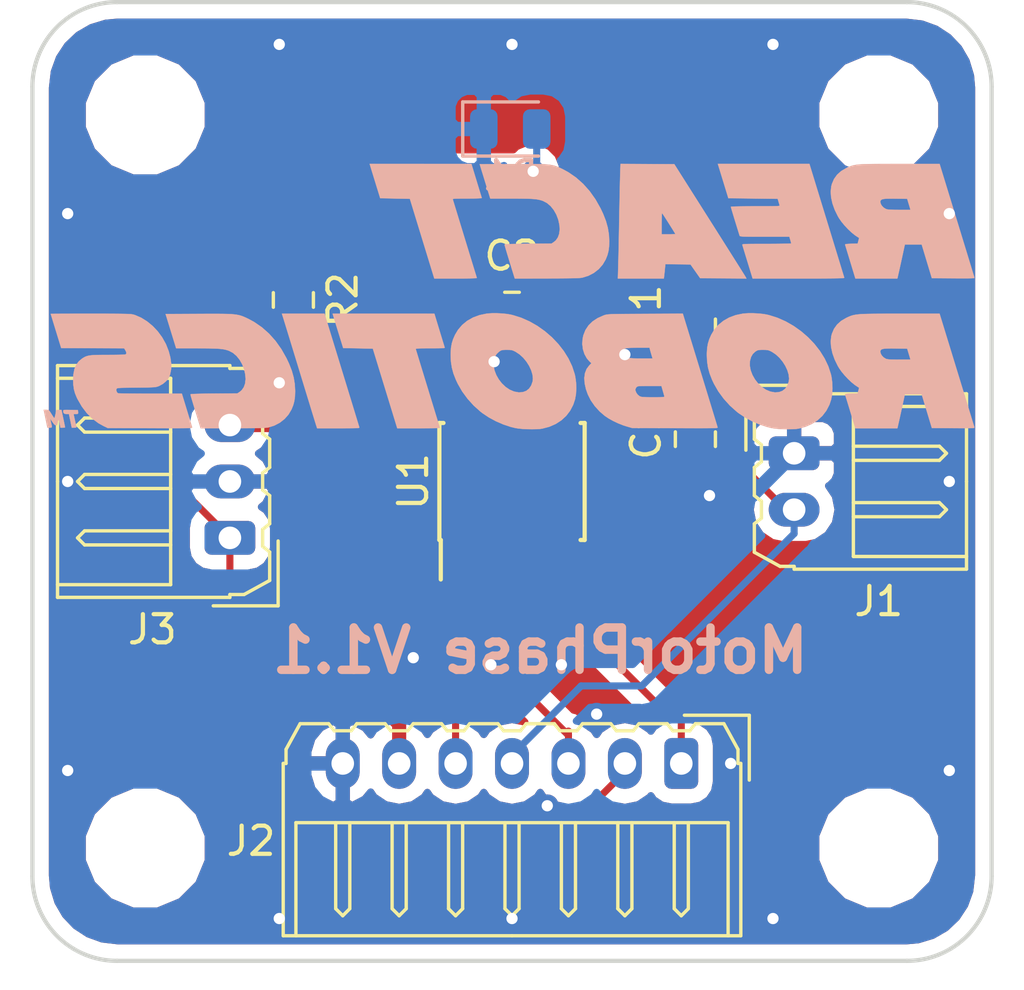
<source format=kicad_pcb>
(kicad_pcb (version 20171130) (host pcbnew 5.0.2-bee76a0~70~ubuntu18.04.1)

  (general
    (thickness 1.6)
    (drawings 9)
    (tracks 88)
    (zones 0)
    (modules 14)
    (nets 12)
  )

  (page A4)
  (layers
    (0 F.Cu signal)
    (31 B.Cu signal)
    (32 B.Adhes user)
    (33 F.Adhes user)
    (34 B.Paste user)
    (35 F.Paste user)
    (36 B.SilkS user)
    (37 F.SilkS user)
    (38 B.Mask user)
    (39 F.Mask user)
    (40 Dwgs.User user)
    (41 Cmts.User user)
    (42 Eco1.User user)
    (43 Eco2.User user)
    (44 Edge.Cuts user)
    (45 Margin user)
    (46 B.CrtYd user)
    (47 F.CrtYd user)
    (48 B.Fab user)
    (49 F.Fab user)
  )

  (setup
    (last_trace_width 0.25)
    (user_trace_width 0.25)
    (user_trace_width 0.5)
    (user_trace_width 1)
    (trace_clearance 0.2)
    (zone_clearance 0.508)
    (zone_45_only no)
    (trace_min 0.2)
    (segment_width 0.2)
    (edge_width 0.15)
    (via_size 0.8)
    (via_drill 0.4)
    (via_min_size 0.4)
    (via_min_drill 0.3)
    (uvia_size 0.3)
    (uvia_drill 0.1)
    (uvias_allowed no)
    (uvia_min_size 0.2)
    (uvia_min_drill 0.1)
    (pcb_text_width 0.3)
    (pcb_text_size 1.5 1.5)
    (mod_edge_width 0.15)
    (mod_text_size 1 1)
    (mod_text_width 0.15)
    (pad_size 1.524 1.524)
    (pad_drill 0.762)
    (pad_to_mask_clearance 0.051)
    (solder_mask_min_width 0.25)
    (aux_axis_origin 0 0)
    (visible_elements FFFFFF7F)
    (pcbplotparams
      (layerselection 0x010fc_ffffffff)
      (usegerberextensions false)
      (usegerberattributes false)
      (usegerberadvancedattributes false)
      (creategerberjobfile false)
      (excludeedgelayer true)
      (linewidth 0.100000)
      (plotframeref false)
      (viasonmask false)
      (mode 1)
      (useauxorigin false)
      (hpglpennumber 1)
      (hpglpenspeed 20)
      (hpglpendiameter 15.000000)
      (psnegative false)
      (psa4output false)
      (plotreference true)
      (plotvalue true)
      (plotinvisibletext false)
      (padsonsilk false)
      (subtractmaskfromsilk false)
      (outputformat 1)
      (mirror false)
      (drillshape 1)
      (scaleselection 1)
      (outputdirectory ""))
  )

  (net 0 "")
  (net 1 GND)
  (net 2 /HallB)
  (net 3 +3V3)
  (net 4 /Temp)
  (net 5 /HallC)
  (net 6 /HallA)
  (net 7 /Index)
  (net 8 "Net-(U1-Pad1)")
  (net 9 "Net-(U1-Pad5)")
  (net 10 "Net-(U1-Pad8)")
  (net 11 "Net-(D1-Pad2)")

  (net_class Default "This is the default net class."
    (clearance 0.2)
    (trace_width 0.25)
    (via_dia 0.8)
    (via_drill 0.4)
    (uvia_dia 0.3)
    (uvia_drill 0.1)
    (add_net /HallA)
    (add_net /HallB)
    (add_net /HallC)
    (add_net /Index)
    (add_net /Temp)
    (add_net "Net-(D1-Pad2)")
    (add_net "Net-(U1-Pad1)")
    (add_net "Net-(U1-Pad5)")
    (add_net "Net-(U1-Pad8)")
  )

  (net_class Power ""
    (clearance 0.2)
    (trace_width 1)
    (via_dia 0.8)
    (via_drill 0.4)
    (uvia_dia 0.3)
    (uvia_drill 0.1)
    (add_net +3V3)
    (add_net GND)
  )

  (module Logo:LOGO (layer B.Cu) (tedit 0) (tstamp 5CE9A869)
    (at 145 80.5 180)
    (path /5CDDBA0B)
    (fp_text reference G1 (at 0 0 180) (layer B.SilkS) hide
      (effects (font (size 1.524 1.524) (thickness 0.3)) (justify mirror))
    )
    (fp_text value LOGO (at 0.75 0 180) (layer B.SilkS) hide
      (effects (font (size 1.524 1.524) (thickness 0.3)) (justify mirror))
    )
    (fp_poly (pts (xy 3.015447 4.661958) (xy 3.000788 4.613749) (xy 2.975774 4.532013) (xy 2.942531 4.423673)
      (xy 2.903184 4.295655) (xy 2.85986 4.154882) (xy 2.8286 4.053416) (xy 2.672023 3.545416)
      (xy 2.146279 3.534833) (xy 1.620536 3.52425) (xy 1.187642 2.111375) (xy 0.754749 0.6985)
      (xy -0.002961 0.6985) (xy -0.209601 0.698791) (xy -0.377246 0.699742) (xy -0.509233 0.701471)
      (xy -0.608897 0.704096) (xy -0.679575 0.707735) (xy -0.724602 0.712506) (xy -0.747314 0.718527)
      (xy -0.751489 0.724958) (xy -0.743883 0.749238) (xy -0.724952 0.810605) (xy -0.695739 0.90566)
      (xy -0.657286 1.031002) (xy -0.610634 1.183231) (xy -0.556825 1.358948) (xy -0.4969 1.554752)
      (xy -0.431902 1.767244) (xy -0.362872 1.993025) (xy -0.328317 2.106083) (xy -0.257617 2.337422)
      (xy -0.190387 2.557387) (xy -0.127678 2.762546) (xy -0.070539 2.949462) (xy -0.020021 3.114701)
      (xy 0.022827 3.254829) (xy 0.056953 3.366411) (xy 0.081308 3.446011) (xy 0.094842 3.490196)
      (xy 0.097179 3.497791) (xy 0.098325 3.509288) (xy 0.090554 3.518132) (xy 0.069105 3.52467)
      (xy 0.029218 3.529245) (xy -0.033866 3.532204) (xy -0.124907 3.533892) (xy -0.248664 3.534653)
      (xy -0.409898 3.534833) (xy -0.413589 3.534833) (xy -0.582039 3.535278) (xy -0.712077 3.536746)
      (xy -0.807613 3.539439) (xy -0.872561 3.54356) (xy -0.910832 3.549308) (xy -0.926339 3.556888)
      (xy -0.926826 3.561291) (xy -0.918555 3.587669) (xy -0.89962 3.649211) (xy -0.871654 3.740575)
      (xy -0.836291 3.856416) (xy -0.795163 3.99139) (xy -0.749902 4.140156) (xy -0.739353 4.174858)
      (xy -0.560917 4.761966) (xy 1.2424 4.762233) (xy 3.045718 4.7625) (xy 3.015447 4.661958)) (layer B.SilkS) (width 0.01))
    (fp_poly (pts (xy -2.27133 4.758406) (xy -2.038564 4.757386) (xy -0.854604 4.751916) (xy -0.968317 4.3815)
      (xy -1.01149 4.240953) (xy -1.056783 4.093653) (xy -1.100162 3.952712) (xy -1.137592 3.831238)
      (xy -1.155577 3.772958) (xy -1.229124 3.534833) (xy -1.97452 3.534673) (xy -2.202459 3.534135)
      (xy -2.392918 3.53238) (xy -2.550743 3.529032) (xy -2.680781 3.523721) (xy -2.787875 3.516071)
      (xy -2.876873 3.50571) (xy -2.952619 3.492265) (xy -3.019959 3.475362) (xy -3.083739 3.454629)
      (xy -3.102424 3.447785) (xy -3.242222 3.373922) (xy -3.369428 3.264882) (xy -3.480423 3.126859)
      (xy -3.571586 2.966047) (xy -3.639299 2.788641) (xy -3.679941 2.600834) (xy -3.690521 2.441393)
      (xy -3.673914 2.28934) (xy -3.62729 2.156973) (xy -3.553352 2.05023) (xy -3.486708 1.993879)
      (xy -3.400418 1.93675) (xy -2.568042 1.930537) (xy -2.33392 1.928336) (xy -2.140662 1.925507)
      (xy -1.986807 1.921999) (xy -1.870888 1.917761) (xy -1.791444 1.91274) (xy -1.747009 1.906886)
      (xy -1.735667 1.90134) (xy -1.74104 1.875815) (xy -1.75736 1.816168) (xy -1.784932 1.721384)
      (xy -1.82406 1.590445) (xy -1.875047 1.422335) (xy -1.938199 1.216038) (xy -2.013819 0.970538)
      (xy -2.024292 0.936625) (xy -2.097853 0.6985) (xy -3.234385 0.700183) (xy -3.505027 0.700852)
      (xy -3.736304 0.702045) (xy -3.931182 0.703831) (xy -4.092624 0.70628) (xy -4.223599 0.709461)
      (xy -4.327069 0.713445) (xy -4.406003 0.718302) (xy -4.463364 0.7241) (xy -4.497917 0.729942)
      (xy -4.709883 0.796827) (xy -4.902366 0.8978) (xy -5.070964 1.029405) (xy -5.211274 1.188187)
      (xy -5.318895 1.37069) (xy -5.321579 1.376508) (xy -5.380217 1.523544) (xy -5.418803 1.669792)
      (xy -5.439976 1.828887) (xy -5.446374 2.014466) (xy -5.446363 2.021416) (xy -5.433597 2.26294)
      (xy -5.3951 2.498706) (xy -5.328684 2.73699) (xy -5.232159 2.986067) (xy -5.138364 3.185583)
      (xy -4.956996 3.506779) (xy -4.750734 3.796992) (xy -4.521117 4.054626) (xy -4.269685 4.278085)
      (xy -3.997978 4.465775) (xy -3.799417 4.573622) (xy -3.720557 4.611705) (xy -3.649597 4.644312)
      (xy -3.582624 4.671852) (xy -3.515726 4.694733) (xy -3.444989 4.713364) (xy -3.3665 4.728153)
      (xy -3.276346 4.739509) (xy -3.170615 4.747839) (xy -3.045392 4.753553) (xy -2.896765 4.757058)
      (xy -2.720821 4.758763) (xy -2.513647 4.759076) (xy -2.27133 4.758406)) (layer B.SilkS) (width 0.01))
    (fp_poly (pts (xy -5.833734 4.376422) (xy -5.83087 4.280043) (xy -5.82743 4.146956) (xy -5.823536 3.982782)
      (xy -5.819309 3.793142) (xy -5.814869 3.583654) (xy -5.810337 3.359941) (xy -5.805835 3.127622)
      (xy -5.801483 2.892317) (xy -5.799916 2.804583) (xy -5.795611 2.566431) (xy -5.791092 2.326599)
      (xy -5.786487 2.091107) (xy -5.78192 1.865972) (xy -5.777516 1.657214) (xy -5.773401 1.470852)
      (xy -5.769699 1.312904) (xy -5.766536 1.189388) (xy -5.76568 1.158875) (xy -5.752389 0.6985)
      (xy -7.381713 0.6985) (xy -7.394132 0.799041) (xy -7.402653 0.873652) (xy -7.412567 0.968571)
      (xy -7.420801 1.053454) (xy -7.435052 1.207326) (xy -7.881086 1.201621) (xy -8.327121 1.195916)
      (xy -8.49843 0.9525) (xy -8.669739 0.709083) (xy -9.489625 0.703542) (xy -10.309512 0.698001)
      (xy -10.277905 0.756459) (xy -10.26253 0.781879) (xy -10.225988 0.840682) (xy -10.169773 0.930496)
      (xy -10.095381 1.04895) (xy -10.004308 1.19367) (xy -9.898051 1.362284) (xy -9.778105 1.552422)
      (xy -9.645965 1.76171) (xy -9.503128 1.987776) (xy -9.351089 2.228248) (xy -9.32042 2.276726)
      (xy -7.789334 2.276726) (xy -7.769561 2.272044) (xy -7.715813 2.268229) (xy -7.636446 2.265691)
      (xy -7.545917 2.264833) (xy -7.3025 2.264833) (xy -7.3025 2.650066) (xy -7.303451 2.776432)
      (xy -7.306119 2.881409) (xy -7.310234 2.959601) (xy -7.315523 3.005611) (xy -7.320936 3.015191)
      (xy -7.338852 2.9904) (xy -7.374146 2.937499) (xy -7.422665 2.863039) (xy -7.480254 2.773567)
      (xy -7.54276 2.675634) (xy -7.606027 2.575787) (xy -7.665903 2.480577) (xy -7.718234 2.396553)
      (xy -7.758865 2.330262) (xy -7.783643 2.288255) (xy -7.789334 2.276726) (xy -9.32042 2.276726)
      (xy -9.191344 2.480754) (xy -9.025389 2.742922) (xy -8.999747 2.783416) (xy -7.753197 4.751916)
      (xy -5.846607 4.762928) (xy -5.833734 4.376422)) (layer B.SilkS) (width 0.01))
    (fp_poly (pts (xy -9.349335 4.587875) (xy -9.372319 4.513083) (xy -9.404795 4.407256) (xy -9.443867 4.279842)
      (xy -9.486639 4.140285) (xy -9.530213 3.998033) (xy -9.535939 3.979333) (xy -9.668804 3.545416)
      (xy -11.417572 3.52425) (xy -11.444467 3.431327) (xy -11.463777 3.365431) (xy -11.479971 3.311534)
      (xy -11.483858 3.299035) (xy -11.485483 3.28932) (xy -11.481102 3.281348) (xy -11.466967 3.274948)
      (xy -11.439331 3.269948) (xy -11.394446 3.266175) (xy -11.328565 3.263457) (xy -11.23794 3.261622)
      (xy -11.118824 3.260498) (xy -10.967468 3.259913) (xy -10.780126 3.259694) (xy -10.627094 3.259666)
      (xy -10.410302 3.259191) (xy -10.219915 3.257807) (xy -10.058613 3.255574) (xy -9.92908 3.252555)
      (xy -9.833998 3.248811) (xy -9.77605 3.244403) (xy -9.757834 3.239726) (xy -9.763846 3.214673)
      (xy -9.780726 3.155049) (xy -9.806741 3.066699) (xy -9.840156 2.955466) (xy -9.879238 2.827193)
      (xy -9.906991 2.737018) (xy -9.94946 2.599506) (xy -9.988156 2.474102) (xy -10.021194 2.366929)
      (xy -10.046686 2.28411) (xy -10.062746 2.231765) (xy -10.067167 2.217208) (xy -10.072195 2.208073)
      (xy -10.083873 2.20057) (xy -10.106017 2.19454) (xy -10.142446 2.189824) (xy -10.196977 2.186261)
      (xy -10.273428 2.183692) (xy -10.375617 2.181959) (xy -10.507362 2.180902) (xy -10.67248 2.18036)
      (xy -10.874788 2.180176) (xy -10.954357 2.180166) (xy -11.830527 2.180166) (xy -11.863097 2.070491)
      (xy -11.881329 2.00611) (xy -11.893149 1.958634) (xy -11.895667 1.943491) (xy -11.875237 1.939763)
      (xy -11.816894 1.936309) (xy -11.725056 1.933219) (xy -11.604143 1.93058) (xy -11.458575 1.928481)
      (xy -11.29277 1.927008) (xy -11.111149 1.926251) (xy -11.025365 1.926166) (xy -10.810444 1.926079)
      (xy -10.634118 1.925709) (xy -10.492646 1.924895) (xy -10.382289 1.923477) (xy -10.299309 1.921293)
      (xy -10.239966 1.918183) (xy -10.200522 1.913985) (xy -10.177236 1.908539) (xy -10.166369 1.901683)
      (xy -10.164183 1.893257) (xy -10.164977 1.889125) (xy -10.173569 1.859888) (xy -10.192914 1.795701)
      (xy -10.221333 1.702081) (xy -10.257148 1.584546) (xy -10.29868 1.448613) (xy -10.344249 1.299798)
      (xy -10.351763 1.275291) (xy -10.528635 0.6985) (xy -12.15562 0.6985) (xy -12.461104 0.698589)
      (xy -12.726866 0.698888) (xy -12.955515 0.699445) (xy -13.149663 0.700308) (xy -13.31192 0.701525)
      (xy -13.444896 0.703143) (xy -13.551202 0.705211) (xy -13.633449 0.707777) (xy -13.694246 0.710888)
      (xy -13.736204 0.714593) (xy -13.761934 0.718939) (xy -13.774047 0.723975) (xy -13.775761 0.728249)
      (xy -13.768715 0.752276) (xy -13.750102 0.813997) (xy -13.720769 0.910633) (xy -13.681565 1.039408)
      (xy -13.633338 1.197543) (xy -13.576936 1.382261) (xy -13.513209 1.590784) (xy -13.443004 1.820334)
      (xy -13.367169 2.068132) (xy -13.286554 2.331403) (xy -13.202006 2.607367) (xy -13.155149 2.760249)
      (xy -12.54138 4.7625) (xy -9.295596 4.7625) (xy -9.349335 4.587875)) (layer B.SilkS) (width 0.01))
    (fp_poly (pts (xy -15.454842 4.762252) (xy -15.196233 4.761932) (xy -14.973189 4.761041) (xy -14.782326 4.759315)
      (xy -14.620261 4.756491) (xy -14.483609 4.752305) (xy -14.368986 4.746494) (xy -14.273008 4.738794)
      (xy -14.192291 4.728942) (xy -14.12345 4.716674) (xy -14.063103 4.701727) (xy -14.007865 4.683838)
      (xy -13.954352 4.662741) (xy -13.899179 4.638175) (xy -13.847514 4.613926) (xy -13.668097 4.508611)
      (xy -13.52328 4.379057) (xy -13.413252 4.225495) (xy -13.338202 4.048157) (xy -13.316259 3.962416)
      (xy -13.296898 3.776607) (xy -13.311576 3.573302) (xy -13.358902 3.358177) (xy -13.437485 3.13691)
      (xy -13.545936 2.915175) (xy -13.592133 2.836149) (xy -13.677179 2.713522) (xy -13.78566 2.581668)
      (xy -13.907393 2.451288) (xy -14.032194 2.333082) (xy -14.14988 2.23775) (xy -14.18443 2.213785)
      (xy -14.303609 2.135198) (xy -14.278337 2.035974) (xy -14.253064 1.93675) (xy -14.024884 1.930722)
      (xy -13.917726 1.926481) (xy -13.848459 1.920071) (xy -13.812672 1.910853) (xy -13.805641 1.898972)
      (xy -13.813875 1.872786) (xy -13.832752 1.81142) (xy -13.860644 1.720208) (xy -13.895924 1.604486)
      (xy -13.936963 1.469588) (xy -13.982133 1.320849) (xy -13.992744 1.285875) (xy -14.170907 0.6985)
      (xy -15.659541 0.6985) (xy -15.702018 0.883708) (xy -15.720218 0.964302) (xy -15.74502 1.075893)
      (xy -15.774136 1.208089) (xy -15.805277 1.3505) (xy -15.834905 1.486958) (xy -15.925315 1.905)
      (xy -16.521105 1.905) (xy -16.701505 1.307041) (xy -16.881905 0.709083) (xy -17.639473 0.703522)
      (xy -17.841517 0.702242) (xy -18.005024 0.701752) (xy -18.133786 0.702175) (xy -18.231595 0.703634)
      (xy -18.302243 0.706252) (xy -18.349521 0.710153) (xy -18.377221 0.715459) (xy -18.389134 0.722293)
      (xy -18.390146 0.727905) (xy -18.383092 0.75196) (xy -18.364468 0.813707) (xy -18.335123 0.910369)
      (xy -18.295906 1.039167) (xy -18.247664 1.197323) (xy -18.191248 1.382059) (xy -18.127505 1.590596)
      (xy -18.057284 1.820158) (xy -17.981433 2.067965) (xy -17.900802 2.331238) (xy -17.816239 2.607201)
      (xy -17.769417 2.759939) (xy -17.655141 3.132666) (xy -16.124653 3.132666) (xy -15.72398 3.132666)
      (xy -15.563845 3.133704) (xy -15.441261 3.137013) (xy -15.351488 3.142888) (xy -15.289792 3.151623)
      (xy -15.255196 3.16181) (xy -15.174302 3.210863) (xy -15.109386 3.277281) (xy -15.067244 3.35114)
      (xy -15.05467 3.422513) (xy -15.059361 3.44789) (xy -15.074202 3.476467) (xy -15.101555 3.498163)
      (xy -15.146388 3.513737) (xy -15.213674 3.523948) (xy -15.308381 3.529554) (xy -15.43548 3.531313)
      (xy -15.597588 3.530016) (xy -16.007616 3.52425) (xy -16.066135 3.328458) (xy -16.124653 3.132666)
      (xy -17.655141 3.132666) (xy -17.155584 4.76203) (xy -15.7524 4.762265) (xy -15.454842 4.762252)) (layer B.SilkS) (width 0.01))
    (fp_poly (pts (xy 14.468321 -4.593167) (xy 14.388494 -4.593167) (xy 14.344952 -4.591671) (xy 14.320262 -4.58182)
      (xy 14.312213 -4.555571) (xy 14.3186 -4.504878) (xy 14.337212 -4.421699) (xy 14.339158 -4.413425)
      (xy 14.354131 -4.346484) (xy 14.363301 -4.298956) (xy 14.364785 -4.282397) (xy 14.352257 -4.296483)
      (xy 14.323591 -4.337419) (xy 14.286999 -4.393238) (xy 14.235313 -4.464925) (xy 14.193266 -4.501382)
      (xy 14.167088 -4.508391) (xy 14.13694 -4.501525) (xy 14.119032 -4.473689) (xy 14.106634 -4.414299)
      (xy 14.106437 -4.41299) (xy 14.09473 -4.353764) (xy 14.08175 -4.314816) (xy 14.076642 -4.307917)
      (xy 14.065528 -4.322126) (xy 14.05063 -4.36848) (xy 14.034973 -4.437341) (xy 14.033356 -4.445761)
      (xy 14.005542 -4.593167) (xy 13.924271 -4.593167) (xy 13.872506 -4.589442) (xy 13.84458 -4.580181)
      (xy 13.843 -4.577012) (xy 13.847228 -4.551535) (xy 13.858845 -4.492556) (xy 13.876251 -4.407941)
      (xy 13.897843 -4.305555) (xy 13.9065 -4.265084) (xy 13.929155 -4.15911) (xy 13.94824 -4.068978)
      (xy 13.962172 -4.002238) (xy 13.969363 -3.966443) (xy 13.97 -3.962521) (xy 13.988805 -3.95974)
      (xy 14.036112 -3.96076) (xy 14.059958 -3.962241) (xy 14.149916 -3.96875) (xy 14.181073 -4.111625)
      (xy 14.198028 -4.182544) (xy 14.213083 -4.233617) (xy 14.2231 -4.254274) (xy 14.223406 -4.254319)
      (xy 14.238877 -4.237501) (xy 14.270242 -4.19291) (xy 14.311608 -4.129068) (xy 14.325878 -4.106152)
      (xy 14.371636 -4.033422) (xy 14.404364 -3.989552) (xy 14.433054 -3.967249) (xy 14.466698 -3.959219)
      (xy 14.508333 -3.958167) (xy 14.599493 -3.958167) (xy 14.468321 -4.593167)) (layer B.SilkS) (width 0.01))
    (fp_poly (pts (xy 13.828842 -3.960953) (xy 13.87354 -3.964471) (xy 13.896744 -3.972212) (xy 13.905391 -3.985121)
      (xy 13.9065 -3.998118) (xy 13.898281 -4.061772) (xy 13.868039 -4.095118) (xy 13.80739 -4.106114)
      (xy 13.792525 -4.106334) (xy 13.704246 -4.106334) (xy 13.654321 -4.34975) (xy 13.604397 -4.593167)
      (xy 13.522615 -4.593167) (xy 13.470875 -4.589535) (xy 13.443126 -4.580496) (xy 13.441595 -4.577292)
      (xy 13.446197 -4.551304) (xy 13.458077 -4.493119) (xy 13.475334 -4.411867) (xy 13.492286 -4.333875)
      (xy 13.542215 -4.106334) (xy 13.458433 -4.106334) (xy 13.404836 -4.104223) (xy 13.3823 -4.091194)
      (xy 13.379559 -4.057203) (xy 13.381283 -4.037542) (xy 13.387916 -3.96875) (xy 13.647208 -3.962807)
      (xy 13.755711 -3.960713) (xy 13.828842 -3.960953)) (layer B.SilkS) (width 0.01))
    (fp_poly (pts (xy 13.177091 -0.550411) (xy 13.404627 -0.550633) (xy 13.615816 -0.550988) (xy 13.807193 -0.551462)
      (xy 13.97529 -0.552043) (xy 14.116644 -0.552717) (xy 14.227787 -0.553472) (xy 14.305254 -0.554295)
      (xy 14.345579 -0.555172) (xy 14.35073 -0.555625) (xy 14.344692 -0.576398) (xy 14.327739 -0.632614)
      (xy 14.301401 -0.719257) (xy 14.267207 -0.831307) (xy 14.226688 -0.963745) (xy 14.181373 -1.111554)
      (xy 14.165222 -1.164167) (xy 13.979984 -1.767417) (xy 12.863317 -1.772896) (xy 11.746649 -1.778375)
      (xy 11.70482 -1.846979) (xy 11.670041 -1.918626) (xy 11.668578 -1.966818) (xy 11.700537 -1.99435)
      (xy 11.710458 -1.997492) (xy 11.743624 -2.000861) (xy 11.813122 -2.003918) (xy 11.912953 -2.006538)
      (xy 12.037118 -2.008598) (xy 12.179615 -2.009973) (xy 12.334444 -2.01054) (xy 12.341616 -2.010544)
      (xy 12.536585 -2.011171) (xy 12.694789 -2.013383) (xy 12.821787 -2.018003) (xy 12.923142 -2.02585)
      (xy 13.004414 -2.037745) (xy 13.071164 -2.054508) (xy 13.128952 -2.07696) (xy 13.18334 -2.105921)
      (xy 13.239888 -2.142212) (xy 13.241528 -2.143323) (xy 13.359131 -2.243111) (xy 13.448021 -2.365191)
      (xy 13.509552 -2.51282) (xy 13.545079 -2.689258) (xy 13.555956 -2.897763) (xy 13.555946 -2.899834)
      (xy 13.548942 -3.078429) (xy 13.527726 -3.231209) (xy 13.48883 -3.373302) (xy 13.428786 -3.519839)
      (xy 13.400473 -3.5783) (xy 13.248106 -3.842686) (xy 13.072423 -4.074588) (xy 12.874988 -4.27239)
      (xy 12.657364 -4.434476) (xy 12.475494 -4.53465) (xy 12.329583 -4.60375) (xy 10.829429 -4.609592)
      (xy 10.541144 -4.610675) (xy 10.292321 -4.611475) (xy 10.080092 -4.611933) (xy 9.901586 -4.611986)
      (xy 9.753933 -4.611573) (xy 9.634264 -4.610634) (xy 9.539708 -4.609107) (xy 9.467395 -4.606931)
      (xy 9.414457 -4.604045) (xy 9.378022 -4.600388) (xy 9.355221 -4.595898) (xy 9.343184 -4.590515)
      (xy 9.339042 -4.584177) (xy 9.339625 -4.577842) (xy 9.348316 -4.548451) (xy 9.367725 -4.484108)
      (xy 9.39617 -4.39034) (xy 9.431972 -4.272672) (xy 9.473452 -4.13663) (xy 9.518931 -3.987741)
      (xy 9.526355 -3.963459) (xy 9.702735 -3.386667) (xy 10.825659 -3.386343) (xy 11.040151 -3.385995)
      (xy 11.242074 -3.385117) (xy 11.427431 -3.383764) (xy 11.592223 -3.38199) (xy 11.73245 -3.379852)
      (xy 11.844113 -3.377404) (xy 11.923213 -3.374703) (xy 11.965753 -3.371803) (xy 11.971872 -3.370468)
      (xy 12.012183 -3.322156) (xy 12.027317 -3.259237) (xy 12.021341 -3.22396) (xy 12.015724 -3.211229)
      (xy 12.006593 -3.201027) (xy 11.989538 -3.193019) (xy 11.960149 -3.18687) (xy 11.914014 -3.182244)
      (xy 11.846723 -3.178807) (xy 11.753866 -3.176223) (xy 11.631033 -3.174158) (xy 11.473813 -3.172275)
      (xy 11.32005 -3.170673) (xy 11.131256 -3.16864) (xy 10.979661 -3.166576) (xy 10.860132 -3.164117)
      (xy 10.767538 -3.160899) (xy 10.696745 -3.156557) (xy 10.642621 -3.150727) (xy 10.600033 -3.143045)
      (xy 10.563849 -3.133146) (xy 10.528936 -3.120667) (xy 10.509906 -3.113167) (xy 10.369172 -3.034675)
      (xy 10.273258 -2.952353) (xy 10.208057 -2.881277) (xy 10.164358 -2.814818) (xy 10.130864 -2.733968)
      (xy 10.116222 -2.688192) (xy 10.08286 -2.51277) (xy 10.081101 -2.315938) (xy 10.110088 -2.103465)
      (xy 10.168965 -1.881119) (xy 10.256876 -1.654667) (xy 10.275638 -1.614083) (xy 10.402939 -1.386044)
      (xy 10.558579 -1.175198) (xy 10.737269 -0.986355) (xy 10.933717 -0.824329) (xy 11.142636 -0.693932)
      (xy 11.358734 -0.599976) (xy 11.407418 -0.584465) (xy 11.434495 -0.577616) (xy 11.468313 -0.571732)
      (xy 11.512051 -0.566742) (xy 11.568885 -0.562574) (xy 11.641994 -0.559158) (xy 11.734555 -0.556423)
      (xy 11.849746 -0.554297) (xy 11.990743 -0.552711) (xy 12.160726 -0.551593) (xy 12.362871 -0.550872)
      (xy 12.600357 -0.550477) (xy 12.876359 -0.550337) (xy 12.936675 -0.550333) (xy 13.177091 -0.550411)) (layer B.SilkS) (width 0.01))
    (fp_poly (pts (xy 8.862336 -0.554427) (xy 9.095103 -0.555448) (xy 10.279062 -0.560917) (xy 10.165349 -0.931334)
      (xy 10.122176 -1.071881) (xy 10.076884 -1.21918) (xy 10.033505 -1.360121) (xy 9.996074 -1.481595)
      (xy 9.97809 -1.539875) (xy 9.904543 -1.778) (xy 9.159146 -1.77816) (xy 8.931208 -1.778698)
      (xy 8.740749 -1.780454) (xy 8.582923 -1.783801) (xy 8.452886 -1.789113) (xy 8.345792 -1.796762)
      (xy 8.256794 -1.807123) (xy 8.181048 -1.820568) (xy 8.113708 -1.837471) (xy 8.049928 -1.858205)
      (xy 8.031243 -1.865049) (xy 7.891445 -1.938911) (xy 7.764238 -2.047951) (xy 7.653244 -2.185974)
      (xy 7.56208 -2.346786) (xy 7.494368 -2.524193) (xy 7.453726 -2.711999) (xy 7.443146 -2.871441)
      (xy 7.459752 -3.023493) (xy 7.506377 -3.15586) (xy 7.580314 -3.262604) (xy 7.646959 -3.318955)
      (xy 7.733249 -3.376084) (xy 8.565624 -3.382297) (xy 8.799747 -3.384497) (xy 8.993004 -3.387326)
      (xy 9.14686 -3.390834) (xy 9.262778 -3.395073) (xy 9.342223 -3.400093) (xy 9.386658 -3.405948)
      (xy 9.398 -3.411493) (xy 9.392627 -3.437018) (xy 9.376307 -3.496665) (xy 9.348735 -3.59145)
      (xy 9.309607 -3.722389) (xy 9.258619 -3.890498) (xy 9.195468 -4.096795) (xy 9.119848 -4.342296)
      (xy 9.109374 -4.376209) (xy 9.035814 -4.614334) (xy 7.899282 -4.612651) (xy 7.628639 -4.611981)
      (xy 7.397362 -4.610788) (xy 7.202485 -4.609002) (xy 7.041042 -4.606554) (xy 6.910068 -4.603372)
      (xy 6.806597 -4.599388) (xy 6.727664 -4.594532) (xy 6.670303 -4.588733) (xy 6.63575 -4.582892)
      (xy 6.423784 -4.516007) (xy 6.231301 -4.415034) (xy 6.062703 -4.283428) (xy 5.922392 -4.124646)
      (xy 5.814771 -3.942143) (xy 5.812088 -3.936325) (xy 5.75345 -3.78929) (xy 5.714863 -3.643042)
      (xy 5.69369 -3.483946) (xy 5.687293 -3.298368) (xy 5.687304 -3.291417) (xy 5.70007 -3.049894)
      (xy 5.738566 -2.814128) (xy 5.804983 -2.575844) (xy 5.901508 -2.326766) (xy 5.995303 -2.12725)
      (xy 6.176671 -1.806054) (xy 6.382933 -1.515842) (xy 6.61255 -1.258207) (xy 6.863981 -1.034748)
      (xy 7.135689 -0.847059) (xy 7.33425 -0.739211) (xy 7.41311 -0.701129) (xy 7.48407 -0.668522)
      (xy 7.551043 -0.640982) (xy 7.617941 -0.6181) (xy 7.688678 -0.599469) (xy 7.767167 -0.58468)
      (xy 7.857321 -0.573325) (xy 7.963052 -0.564994) (xy 8.088275 -0.559281) (xy 8.236901 -0.555776)
      (xy 8.412845 -0.554071) (xy 8.620019 -0.553757) (xy 8.862336 -0.554427)) (layer B.SilkS) (width 0.01))
    (fp_poly (pts (xy 6.12742 -0.640292) (xy 6.116944 -0.673615) (xy 6.095056 -0.74437) (xy 6.062694 -0.849497)
      (xy 6.020793 -0.985936) (xy 5.970293 -1.150627) (xy 5.912129 -1.34051) (xy 5.84724 -1.552525)
      (xy 5.776563 -1.783612) (xy 5.701035 -2.030711) (xy 5.621594 -2.290762) (xy 5.545496 -2.54)
      (xy 5.462908 -2.810472) (xy 5.383102 -3.071653) (xy 5.307045 -3.320389) (xy 5.235703 -3.553528)
      (xy 5.170044 -3.767917) (xy 5.111032 -3.960402) (xy 5.059636 -4.12783) (xy 5.016822 -4.267049)
      (xy 4.983557 -4.374904) (xy 4.960806 -4.448244) (xy 4.950149 -4.482042) (xy 4.907215 -4.614334)
      (xy 4.155972 -4.614334) (xy 3.95453 -4.61412) (xy 3.79164 -4.613377) (xy 3.66352 -4.611955)
      (xy 3.566391 -4.609703) (xy 3.496471 -4.606468) (xy 3.449981 -4.602101) (xy 3.42314 -4.59645)
      (xy 3.412167 -4.589363) (xy 3.411572 -4.584584) (xy 3.418618 -4.560557) (xy 3.437231 -4.498837)
      (xy 3.466564 -4.4022) (xy 3.505769 -4.273425) (xy 3.553996 -4.11529) (xy 3.610397 -3.930572)
      (xy 3.674125 -3.72205) (xy 3.74433 -3.4925) (xy 3.820164 -3.244701) (xy 3.900779 -2.98143)
      (xy 3.985327 -2.705466) (xy 4.032185 -2.552584) (xy 4.645953 -0.550334) (xy 6.15693 -0.550334)
      (xy 6.12742 -0.640292)) (layer B.SilkS) (width 0.01))
    (fp_poly (pts (xy 4.327781 -0.650875) (xy 4.313122 -0.699084) (xy 4.288108 -0.780821) (xy 4.254864 -0.88916)
      (xy 4.215517 -1.017179) (xy 4.172193 -1.157952) (xy 4.140933 -1.259417) (xy 3.984356 -1.767417)
      (xy 3.458613 -1.778) (xy 2.932869 -1.788584) (xy 2.067083 -4.614334) (xy 1.309372 -4.614334)
      (xy 1.102733 -4.614043) (xy 0.935088 -4.613092) (xy 0.803101 -4.611362) (xy 0.703436 -4.608737)
      (xy 0.632758 -4.605098) (xy 0.587731 -4.600327) (xy 0.565019 -4.594306) (xy 0.560844 -4.587875)
      (xy 0.568451 -4.563595) (xy 0.587381 -4.502228) (xy 0.616594 -4.407174) (xy 0.655048 -4.281832)
      (xy 0.7017 -4.129603) (xy 0.755509 -3.953886) (xy 0.815433 -3.758081) (xy 0.880431 -3.545589)
      (xy 0.949461 -3.319809) (xy 0.984016 -3.20675) (xy 1.054716 -2.975412) (xy 1.121946 -2.755446)
      (xy 1.184656 -2.550288) (xy 1.241794 -2.363371) (xy 1.292313 -2.198132) (xy 1.33516 -2.058004)
      (xy 1.369286 -1.946423) (xy 1.393641 -1.866822) (xy 1.407176 -1.822637) (xy 1.409512 -1.815042)
      (xy 1.410659 -1.803545) (xy 1.402887 -1.794701) (xy 1.381438 -1.788164) (xy 1.341551 -1.783588)
      (xy 1.278468 -1.780629) (xy 1.187427 -1.778942) (xy 1.063669 -1.77818) (xy 0.902435 -1.778)
      (xy 0.898745 -1.778) (xy 0.730294 -1.777556) (xy 0.600257 -1.776087) (xy 0.50472 -1.773394)
      (xy 0.439773 -1.769274) (xy 0.401501 -1.763525) (xy 0.385994 -1.755946) (xy 0.385507 -1.751542)
      (xy 0.393779 -1.725164) (xy 0.412714 -1.663622) (xy 0.440679 -1.572259) (xy 0.476042 -1.456418)
      (xy 0.517171 -1.321443) (xy 0.562432 -1.172677) (xy 0.57298 -1.137975) (xy 0.751416 -0.550867)
      (xy 2.554734 -0.5506) (xy 4.358051 -0.550334) (xy 4.327781 -0.650875)) (layer B.SilkS) (width 0.01))
    (fp_poly (pts (xy -6.720417 -0.555218) (xy -6.450021 -0.556562) (xy -6.218561 -0.557828) (xy -6.02264 -0.559143)
      (xy -5.85886 -0.560636) (xy -5.723825 -0.562437) (xy -5.614137 -0.564673) (xy -5.526399 -0.567473)
      (xy -5.457214 -0.570965) (xy -5.403186 -0.575278) (xy -5.360917 -0.58054) (xy -5.327009 -0.58688)
      (xy -5.298067 -0.594426) (xy -5.270692 -0.603306) (xy -5.249334 -0.610853) (xy -5.036003 -0.70517)
      (xy -4.856792 -0.823383) (xy -4.712283 -0.964845) (xy -4.603059 -1.128907) (xy -4.529704 -1.314921)
      (xy -4.502467 -1.441155) (xy -4.491394 -1.628343) (xy -4.51437 -1.811405) (xy -4.569012 -1.982537)
      (xy -4.652939 -2.133934) (xy -4.7471 -2.242756) (xy -4.814663 -2.305899) (xy -4.73671 -2.385908)
      (xy -4.644182 -2.510603) (xy -4.58627 -2.658288) (xy -4.563045 -2.827477) (xy -4.574581 -3.016688)
      (xy -4.62095 -3.224435) (xy -4.686464 -3.411173) (xy -4.793178 -3.624002) (xy -4.936517 -3.829388)
      (xy -5.110775 -4.020123) (xy -5.290805 -4.174425) (xy -5.426072 -4.265107) (xy -5.589493 -4.355595)
      (xy -5.767382 -4.439258) (xy -5.946052 -4.509465) (xy -6.053667 -4.544035) (xy -6.25475 -4.60204)
      (xy -7.775188 -4.609106) (xy -8.06874 -4.610385) (xy -8.322701 -4.611271) (xy -8.539814 -4.611721)
      (xy -8.722819 -4.611692) (xy -8.874459 -4.611143) (xy -8.997475 -4.61003) (xy -9.094608 -4.60831)
      (xy -9.168601 -4.605941) (xy -9.222194 -4.60288) (xy -9.258129 -4.599084) (xy -9.279148 -4.59451)
      (xy -9.287993 -4.589116) (xy -9.288605 -4.585504) (xy -9.281536 -4.561346) (xy -9.262902 -4.499494)
      (xy -9.233551 -4.402728) (xy -9.194332 -4.273827) (xy -9.146093 -4.115568) (xy -9.089683 -3.930732)
      (xy -9.025949 -3.722098) (xy -8.955741 -3.492444) (xy -8.954815 -3.489415) (xy -7.401398 -3.489415)
      (xy -7.392439 -3.498879) (xy -7.368131 -3.505512) (xy -7.323134 -3.50981) (xy -7.25211 -3.512271)
      (xy -7.149719 -3.513391) (xy -7.010623 -3.513666) (xy -7.001972 -3.513667) (xy -6.856422 -3.513215)
      (xy -6.746634 -3.511508) (xy -6.66604 -3.508019) (xy -6.608077 -3.502219) (xy -6.566177 -3.493581)
      (xy -6.533774 -3.481578) (xy -6.520639 -3.47499) (xy -6.454624 -3.421997) (xy -6.402044 -3.348166)
      (xy -6.37351 -3.269887) (xy -6.371167 -3.244122) (xy -6.385722 -3.193455) (xy -6.4135 -3.153834)
      (xy -6.430583 -3.139324) (xy -6.452735 -3.12856) (xy -6.486014 -3.120986) (xy -6.536479 -3.116049)
      (xy -6.610188 -3.113192) (xy -6.713199 -3.111862) (xy -6.851569 -3.111504) (xy -6.875905 -3.1115)
      (xy -7.295975 -3.1115) (xy -7.342739 -3.275542) (xy -7.366195 -3.357705) (xy -7.386127 -3.427307)
      (xy -7.398891 -3.471634) (xy -7.400344 -3.476625) (xy -7.401398 -3.489415) (xy -8.954815 -3.489415)
      (xy -8.879906 -3.244549) (xy -8.799293 -2.981192) (xy -8.71475 -2.705153) (xy -8.66775 -2.55176)
      (xy -8.540905 -2.137834) (xy -6.982976 -2.137834) (xy -6.58077 -2.137834) (xy -6.428701 -2.137061)
      (xy -6.313304 -2.13449) (xy -6.228942 -2.129745) (xy -6.169979 -2.122445) (xy -6.130776 -2.112215)
      (xy -6.118637 -2.106844) (xy -6.047774 -2.056303) (xy -5.989618 -1.98979) (xy -5.954119 -1.920323)
      (xy -5.947834 -1.88341) (xy -5.951026 -1.843581) (xy -5.963862 -1.813038) (xy -5.991229 -1.790569)
      (xy -6.038014 -1.77496) (xy -6.109105 -1.765) (xy -6.209389 -1.759476) (xy -6.343753 -1.757176)
      (xy -6.458031 -1.756834) (xy -6.874142 -1.756834) (xy -6.897537 -1.846792) (xy -6.919098 -1.925531)
      (xy -6.944464 -2.012659) (xy -6.951954 -2.037292) (xy -6.982976 -2.137834) (xy -8.540905 -2.137834)
      (xy -8.053917 -0.548684) (xy -6.720417 -0.555218)) (layer B.SilkS) (width 0.01))
    (fp_poly (pts (xy -15.454842 -0.550581) (xy -15.196233 -0.550901) (xy -14.973189 -0.551793) (xy -14.782326 -0.553519)
      (xy -14.620261 -0.556343) (xy -14.483609 -0.560529) (xy -14.368986 -0.56634) (xy -14.273008 -0.574039)
      (xy -14.192291 -0.583891) (xy -14.12345 -0.596159) (xy -14.063103 -0.611106) (xy -14.007865 -0.628996)
      (xy -13.954352 -0.650092) (xy -13.899179 -0.674658) (xy -13.847514 -0.698908) (xy -13.668097 -0.804222)
      (xy -13.52328 -0.933777) (xy -13.413252 -1.087338) (xy -13.338202 -1.264676) (xy -13.316259 -1.350417)
      (xy -13.296898 -1.536227) (xy -13.311576 -1.739532) (xy -13.358902 -1.954656) (xy -13.437485 -2.175923)
      (xy -13.545936 -2.397658) (xy -13.592133 -2.476685) (xy -13.677179 -2.599312) (xy -13.78566 -2.731165)
      (xy -13.907393 -2.861545) (xy -14.032194 -2.979752) (xy -14.14988 -3.075084) (xy -14.18443 -3.099048)
      (xy -14.303609 -3.177635) (xy -14.278337 -3.276859) (xy -14.253064 -3.376084) (xy -14.024884 -3.382111)
      (xy -13.917726 -3.386353) (xy -13.848459 -3.392763) (xy -13.812672 -3.401981) (xy -13.805641 -3.413861)
      (xy -13.813875 -3.440047) (xy -13.832752 -3.501413) (xy -13.860644 -3.592625) (xy -13.895924 -3.708347)
      (xy -13.936963 -3.843245) (xy -13.982133 -3.991984) (xy -13.992744 -4.026959) (xy -14.170907 -4.614334)
      (xy -15.659541 -4.614334) (xy -15.702018 -4.429125) (xy -15.720218 -4.348531) (xy -15.74502 -4.236941)
      (xy -15.774136 -4.104744) (xy -15.805277 -3.962333) (xy -15.834905 -3.825875) (xy -15.925315 -3.407834)
      (xy -16.521105 -3.407834) (xy -16.881905 -4.60375) (xy -17.639473 -4.609311) (xy -17.841517 -4.610591)
      (xy -18.005024 -4.611081) (xy -18.133786 -4.610658) (xy -18.231595 -4.609199) (xy -18.302243 -4.606581)
      (xy -18.349521 -4.602681) (xy -18.377221 -4.597375) (xy -18.389134 -4.59054) (xy -18.390146 -4.584928)
      (xy -18.383092 -4.560874) (xy -18.364468 -4.499126) (xy -18.335123 -4.402465) (xy -18.295906 -4.273667)
      (xy -18.247664 -4.115511) (xy -18.191248 -3.930775) (xy -18.127505 -3.722237) (xy -18.057284 -3.492675)
      (xy -17.981433 -3.244869) (xy -17.900802 -2.981595) (xy -17.816239 -2.705632) (xy -17.769417 -2.552894)
      (xy -17.655141 -2.180167) (xy -16.124653 -2.180167) (xy -15.72398 -2.180167) (xy -15.563845 -2.179129)
      (xy -15.441261 -2.17582) (xy -15.351488 -2.169945) (xy -15.289792 -2.16121) (xy -15.255196 -2.151024)
      (xy -15.174302 -2.101971) (xy -15.109386 -2.035552) (xy -15.067244 -1.961693) (xy -15.05467 -1.89032)
      (xy -15.059361 -1.864943) (xy -15.074202 -1.836367) (xy -15.101555 -1.81467) (xy -15.146388 -1.799096)
      (xy -15.213674 -1.788885) (xy -15.308381 -1.783279) (xy -15.43548 -1.781521) (xy -15.597588 -1.782817)
      (xy -16.007616 -1.788584) (xy -16.066135 -1.984375) (xy -16.124653 -2.180167) (xy -17.655141 -2.180167)
      (xy -17.155584 -0.550804) (xy -15.7524 -0.550569) (xy -15.454842 -0.550581)) (layer B.SilkS) (width 0.01))
    (fp_poly (pts (xy -1.147226 -0.542375) (xy -1.103183 -0.547435) (xy -0.849445 -0.59999) (xy -0.618504 -0.68539)
      (xy -0.412618 -0.802121) (xy -0.234047 -0.948669) (xy -0.085049 -1.123518) (xy 0.020179 -1.300338)
      (xy 0.088235 -1.455045) (xy 0.134568 -1.604566) (xy 0.162067 -1.762403) (xy 0.173621 -1.942061)
      (xy 0.174428 -2.021417) (xy 0.164029 -2.250467) (xy 0.131695 -2.464059) (xy 0.074498 -2.673939)
      (xy -0.01049 -2.891853) (xy -0.078602 -3.036504) (xy -0.233946 -3.306592) (xy -0.424571 -3.566713)
      (xy -0.643452 -3.808499) (xy -0.883567 -4.023579) (xy -0.95042 -4.075455) (xy -1.177105 -4.226966)
      (xy -1.430079 -4.363265) (xy -1.69626 -4.478444) (xy -1.962564 -4.566598) (xy -2.124258 -4.605547)
      (xy -2.241535 -4.623506) (xy -2.38496 -4.636673) (xy -2.542877 -4.644808) (xy -2.703627 -4.647671)
      (xy -2.855554 -4.645023) (xy -2.987 -4.636625) (xy -3.072671 -4.625025) (xy -3.322964 -4.558402)
      (xy -3.549183 -4.45939) (xy -3.749162 -4.329929) (xy -3.920735 -4.171957) (xy -4.061737 -3.987413)
      (xy -4.170002 -3.778236) (xy -4.233927 -3.585433) (xy -4.265857 -3.405284) (xy -4.2779 -3.202577)
      (xy -4.270238 -2.992029) (xy -4.251525 -2.851807) (xy -2.741234 -2.851807) (xy -2.730481 -2.952835)
      (xy -2.68048 -3.096992) (xy -2.60368 -3.209211) (xy -2.502531 -3.288159) (xy -2.379482 -3.332503)
      (xy -2.236983 -3.34091) (xy -2.077483 -3.312047) (xy -2.072884 -3.310715) (xy -1.917957 -3.245836)
      (xy -1.773119 -3.14823) (xy -1.642593 -3.024344) (xy -1.530601 -2.880623) (xy -1.441365 -2.723513)
      (xy -1.379109 -2.559462) (xy -1.348053 -2.394914) (xy -1.35242 -2.236318) (xy -1.355886 -2.216071)
      (xy -1.393817 -2.082134) (xy -1.453183 -1.978836) (xy -1.538834 -1.897865) (xy -1.543662 -1.894417)
      (xy -1.591234 -1.863247) (xy -1.634061 -1.844361) (xy -1.685218 -1.834723) (xy -1.757778 -1.831296)
      (xy -1.816944 -1.830959) (xy -1.910707 -1.832447) (xy -1.977959 -1.839267) (xy -2.034488 -1.855026)
      (xy -2.096082 -1.883334) (xy -2.133863 -1.903404) (xy -2.272091 -1.995684) (xy -2.399654 -2.11378)
      (xy -2.512659 -2.250843) (xy -2.607213 -2.400025) (xy -2.679422 -2.554479) (xy -2.725393 -2.707355)
      (xy -2.741234 -2.851807) (xy -4.251525 -2.851807) (xy -4.243057 -2.788354) (xy -4.222832 -2.696173)
      (xy -4.130523 -2.414075) (xy -3.999794 -2.138689) (xy -3.834437 -1.873533) (xy -3.638244 -1.622129)
      (xy -3.41501 -1.387997) (xy -3.168525 -1.17466) (xy -2.902583 -0.985637) (xy -2.620976 -0.82445)
      (xy -2.327498 -0.694619) (xy -2.02594 -0.599665) (xy -1.943897 -0.580522) (xy -1.80605 -0.557959)
      (xy -1.641912 -0.542251) (xy -1.467032 -0.534009) (xy -1.296954 -0.533847) (xy -1.147226 -0.542375)) (layer B.SilkS) (width 0.01))
    (fp_poly (pts (xy -10.227726 -0.542375) (xy -10.183683 -0.547435) (xy -9.929945 -0.59999) (xy -9.699004 -0.68539)
      (xy -9.493118 -0.802121) (xy -9.314547 -0.948669) (xy -9.165549 -1.123518) (xy -9.060321 -1.300338)
      (xy -8.992265 -1.455045) (xy -8.945932 -1.604566) (xy -8.918433 -1.762403) (xy -8.906879 -1.942061)
      (xy -8.906072 -2.021417) (xy -8.916471 -2.250467) (xy -8.948805 -2.464059) (xy -9.006002 -2.673939)
      (xy -9.09099 -2.891853) (xy -9.159102 -3.036504) (xy -9.314446 -3.306592) (xy -9.505071 -3.566713)
      (xy -9.723952 -3.808499) (xy -9.964067 -4.023579) (xy -10.03092 -4.075455) (xy -10.257605 -4.226966)
      (xy -10.510579 -4.363265) (xy -10.77676 -4.478444) (xy -11.043064 -4.566598) (xy -11.204758 -4.605547)
      (xy -11.322035 -4.623506) (xy -11.46546 -4.636673) (xy -11.623377 -4.644808) (xy -11.784127 -4.647671)
      (xy -11.936054 -4.645023) (xy -12.0675 -4.636625) (xy -12.153171 -4.625025) (xy -12.403464 -4.558402)
      (xy -12.629683 -4.45939) (xy -12.829662 -4.329929) (xy -13.001235 -4.171957) (xy -13.142237 -3.987413)
      (xy -13.250502 -3.778236) (xy -13.314427 -3.585433) (xy -13.346357 -3.405284) (xy -13.3584 -3.202577)
      (xy -13.350738 -2.992029) (xy -13.332025 -2.851807) (xy -11.821734 -2.851807) (xy -11.810981 -2.952835)
      (xy -11.76098 -3.096992) (xy -11.68418 -3.209211) (xy -11.583031 -3.288159) (xy -11.459982 -3.332503)
      (xy -11.317483 -3.34091) (xy -11.157983 -3.312047) (xy -11.153384 -3.310715) (xy -10.998457 -3.245836)
      (xy -10.853619 -3.14823) (xy -10.723093 -3.024344) (xy -10.611101 -2.880623) (xy -10.521865 -2.723513)
      (xy -10.459609 -2.559462) (xy -10.428553 -2.394914) (xy -10.43292 -2.236318) (xy -10.436386 -2.216071)
      (xy -10.474317 -2.082134) (xy -10.533683 -1.978836) (xy -10.619334 -1.897865) (xy -10.624162 -1.894417)
      (xy -10.671734 -1.863247) (xy -10.714561 -1.844361) (xy -10.765718 -1.834723) (xy -10.838278 -1.831296)
      (xy -10.897444 -1.830959) (xy -10.991207 -1.832447) (xy -11.058459 -1.839267) (xy -11.114988 -1.855026)
      (xy -11.176582 -1.883334) (xy -11.214363 -1.903404) (xy -11.352591 -1.995684) (xy -11.480154 -2.11378)
      (xy -11.593159 -2.250843) (xy -11.687713 -2.400025) (xy -11.759922 -2.554479) (xy -11.805893 -2.707355)
      (xy -11.821734 -2.851807) (xy -13.332025 -2.851807) (xy -13.323557 -2.788354) (xy -13.303332 -2.696173)
      (xy -13.211023 -2.414075) (xy -13.080294 -2.138689) (xy -12.914937 -1.873533) (xy -12.718744 -1.622129)
      (xy -12.49551 -1.387997) (xy -12.249025 -1.17466) (xy -11.983083 -0.985637) (xy -11.701476 -0.82445)
      (xy -11.407998 -0.694619) (xy -11.10644 -0.599665) (xy -11.024397 -0.580522) (xy -10.88655 -0.557959)
      (xy -10.722412 -0.542251) (xy -10.547532 -0.534009) (xy -10.377454 -0.533847) (xy -10.227726 -0.542375)) (layer B.SilkS) (width 0.01))
  )

  (module LED_SMD:LED_0805_2012Metric (layer B.Cu) (tedit 5B36C52C) (tstamp 5CE9A2BA)
    (at 146.9375 74.5)
    (descr "LED SMD 0805 (2012 Metric), square (rectangular) end terminal, IPC_7351 nominal, (Body size source: https://docs.google.com/spreadsheets/d/1BsfQQcO9C6DZCsRaXUlFlo91Tg2WpOkGARC1WS5S8t0/edit?usp=sharing), generated with kicad-footprint-generator")
    (tags diode)
    (path /5CDDA4CD)
    (attr smd)
    (fp_text reference D1 (at 0 1.65) (layer B.SilkS)
      (effects (font (size 1 1) (thickness 0.15)) (justify mirror))
    )
    (fp_text value LED (at 0 -1.65) (layer B.Fab)
      (effects (font (size 1 1) (thickness 0.15)) (justify mirror))
    )
    (fp_line (start 1 0.6) (end -0.7 0.6) (layer B.Fab) (width 0.1))
    (fp_line (start -0.7 0.6) (end -1 0.3) (layer B.Fab) (width 0.1))
    (fp_line (start -1 0.3) (end -1 -0.6) (layer B.Fab) (width 0.1))
    (fp_line (start -1 -0.6) (end 1 -0.6) (layer B.Fab) (width 0.1))
    (fp_line (start 1 -0.6) (end 1 0.6) (layer B.Fab) (width 0.1))
    (fp_line (start 1 0.96) (end -1.685 0.96) (layer B.SilkS) (width 0.12))
    (fp_line (start -1.685 0.96) (end -1.685 -0.96) (layer B.SilkS) (width 0.12))
    (fp_line (start -1.685 -0.96) (end 1 -0.96) (layer B.SilkS) (width 0.12))
    (fp_line (start -1.68 -0.95) (end -1.68 0.95) (layer B.CrtYd) (width 0.05))
    (fp_line (start -1.68 0.95) (end 1.68 0.95) (layer B.CrtYd) (width 0.05))
    (fp_line (start 1.68 0.95) (end 1.68 -0.95) (layer B.CrtYd) (width 0.05))
    (fp_line (start 1.68 -0.95) (end -1.68 -0.95) (layer B.CrtYd) (width 0.05))
    (fp_text user %R (at 0 0) (layer B.Fab)
      (effects (font (size 0.5 0.5) (thickness 0.08)) (justify mirror))
    )
    (pad 1 smd roundrect (at -0.9375 0) (size 0.975 1.4) (layers B.Cu B.Paste B.Mask) (roundrect_rratio 0.25)
      (net 1 GND))
    (pad 2 smd roundrect (at 0.9375 0) (size 0.975 1.4) (layers B.Cu B.Paste B.Mask) (roundrect_rratio 0.25)
      (net 11 "Net-(D1-Pad2)"))
    (model ${KISYS3DMOD}/LED_SMD.3dshapes/LED_0805_2012Metric.wrl
      (at (xyz 0 0 0))
      (scale (xyz 1 1 1))
      (rotate (xyz 0 0 0))
    )
  )

  (module Capacitor_SMD:C_0805_2012Metric (layer F.Cu) (tedit 5B36C52B) (tstamp 5CBAF9ED)
    (at 153.5 85.5 270)
    (descr "Capacitor SMD 0805 (2012 Metric), square (rectangular) end terminal, IPC_7351 nominal, (Body size source: https://docs.google.com/spreadsheets/d/1BsfQQcO9C6DZCsRaXUlFlo91Tg2WpOkGARC1WS5S8t0/edit?usp=sharing), generated with kicad-footprint-generator")
    (tags capacitor)
    (path /5C9FC39F)
    (attr smd)
    (fp_text reference C1 (at -0.25 1.75 270) (layer F.SilkS)
      (effects (font (size 1 1) (thickness 0.15)))
    )
    (fp_text value 100n (at 0 1.65 270) (layer F.Fab)
      (effects (font (size 1 1) (thickness 0.15)))
    )
    (fp_text user %R (at 0 0 270) (layer F.Fab)
      (effects (font (size 0.5 0.5) (thickness 0.08)))
    )
    (fp_line (start 1.68 0.95) (end -1.68 0.95) (layer F.CrtYd) (width 0.05))
    (fp_line (start 1.68 -0.95) (end 1.68 0.95) (layer F.CrtYd) (width 0.05))
    (fp_line (start -1.68 -0.95) (end 1.68 -0.95) (layer F.CrtYd) (width 0.05))
    (fp_line (start -1.68 0.95) (end -1.68 -0.95) (layer F.CrtYd) (width 0.05))
    (fp_line (start -0.258578 0.71) (end 0.258578 0.71) (layer F.SilkS) (width 0.12))
    (fp_line (start -0.258578 -0.71) (end 0.258578 -0.71) (layer F.SilkS) (width 0.12))
    (fp_line (start 1 0.6) (end -1 0.6) (layer F.Fab) (width 0.1))
    (fp_line (start 1 -0.6) (end 1 0.6) (layer F.Fab) (width 0.1))
    (fp_line (start -1 -0.6) (end 1 -0.6) (layer F.Fab) (width 0.1))
    (fp_line (start -1 0.6) (end -1 -0.6) (layer F.Fab) (width 0.1))
    (pad 2 smd roundrect (at 0.9375 0 270) (size 0.975 1.4) (layers F.Cu F.Paste F.Mask) (roundrect_rratio 0.25)
      (net 1 GND))
    (pad 1 smd roundrect (at -0.9375 0 270) (size 0.975 1.4) (layers F.Cu F.Paste F.Mask) (roundrect_rratio 0.25)
      (net 6 /HallA))
    (model ${KISYS3DMOD}/Capacitor_SMD.3dshapes/C_0805_2012Metric.wrl
      (at (xyz 0 0 0))
      (scale (xyz 1 1 1))
      (rotate (xyz 0 0 0))
    )
  )

  (module Capacitor_SMD:C_0805_2012Metric (layer F.Cu) (tedit 5B36C52B) (tstamp 5CBAF906)
    (at 147 81 180)
    (descr "Capacitor SMD 0805 (2012 Metric), square (rectangular) end terminal, IPC_7351 nominal, (Body size source: https://docs.google.com/spreadsheets/d/1BsfQQcO9C6DZCsRaXUlFlo91Tg2WpOkGARC1WS5S8t0/edit?usp=sharing), generated with kicad-footprint-generator")
    (tags capacitor)
    (path /5C97495C)
    (attr smd)
    (fp_text reference C2 (at 0 2 180) (layer F.SilkS)
      (effects (font (size 1 1) (thickness 0.15)))
    )
    (fp_text value 100n (at 0 1.65 180) (layer F.Fab)
      (effects (font (size 1 1) (thickness 0.15)))
    )
    (fp_line (start -1 0.6) (end -1 -0.6) (layer F.Fab) (width 0.1))
    (fp_line (start -1 -0.6) (end 1 -0.6) (layer F.Fab) (width 0.1))
    (fp_line (start 1 -0.6) (end 1 0.6) (layer F.Fab) (width 0.1))
    (fp_line (start 1 0.6) (end -1 0.6) (layer F.Fab) (width 0.1))
    (fp_line (start -0.258578 -0.71) (end 0.258578 -0.71) (layer F.SilkS) (width 0.12))
    (fp_line (start -0.258578 0.71) (end 0.258578 0.71) (layer F.SilkS) (width 0.12))
    (fp_line (start -1.68 0.95) (end -1.68 -0.95) (layer F.CrtYd) (width 0.05))
    (fp_line (start -1.68 -0.95) (end 1.68 -0.95) (layer F.CrtYd) (width 0.05))
    (fp_line (start 1.68 -0.95) (end 1.68 0.95) (layer F.CrtYd) (width 0.05))
    (fp_line (start 1.68 0.95) (end -1.68 0.95) (layer F.CrtYd) (width 0.05))
    (fp_text user %R (at 0 0 180) (layer F.Fab)
      (effects (font (size 0.5 0.5) (thickness 0.08)))
    )
    (pad 1 smd roundrect (at -0.9375 0 180) (size 0.975 1.4) (layers F.Cu F.Paste F.Mask) (roundrect_rratio 0.25)
      (net 3 +3V3))
    (pad 2 smd roundrect (at 0.9375 0 180) (size 0.975 1.4) (layers F.Cu F.Paste F.Mask) (roundrect_rratio 0.25)
      (net 1 GND))
    (model ${KISYS3DMOD}/Capacitor_SMD.3dshapes/C_0805_2012Metric.wrl
      (at (xyz 0 0 0))
      (scale (xyz 1 1 1))
      (rotate (xyz 0 0 0))
    )
  )

  (module Connector_Molex:Molex_Micro-Latch_53254-0270_1x02_P2.00mm_Horizontal (layer F.Cu) (tedit 5B78163C) (tstamp 5CBAF1C1)
    (at 157 86 270)
    (descr "Molex Micro-Latch Wire-to-Board Connector System, 53254-0270 (compatible alternatives: 53254-0250), 2 Pins per row (http://www.molex.com/pdm_docs/sd/532530770_sd.pdf), generated with kicad-footprint-generator")
    (tags "connector Molex Micro-Latch top entry")
    (path /5C9BDC55)
    (fp_text reference J1 (at 5.25 -3) (layer F.SilkS)
      (effects (font (size 1 1) (thickness 0.15)))
    )
    (fp_text value Temp (at 1 2.5 270) (layer F.Fab)
      (effects (font (size 1 1) (thickness 0.15)))
    )
    (fp_line (start -2 -6) (end -2 1.3) (layer F.Fab) (width 0.1))
    (fp_line (start -2 1.3) (end 4 1.3) (layer F.Fab) (width 0.1))
    (fp_line (start 4 1.3) (end 4 -6) (layer F.Fab) (width 0.1))
    (fp_line (start 4 -6) (end -2 -6) (layer F.Fab) (width 0.1))
    (fp_line (start -0.3 1.16) (end -0.5 1.41) (layer F.SilkS) (width 0.12))
    (fp_line (start -0.5 1.41) (end -1.51 1.41) (layer F.SilkS) (width 0.12))
    (fp_line (start -1.51 1.41) (end -2.01 0.5) (layer F.SilkS) (width 0.12))
    (fp_line (start -2.01 0.5) (end -2.01 0) (layer F.SilkS) (width 0.12))
    (fp_line (start -2.01 0) (end -2.11 0) (layer F.SilkS) (width 0.12))
    (fp_line (start -2.11 0) (end -2.11 -6.11) (layer F.SilkS) (width 0.12))
    (fp_line (start -2.11 -6.11) (end 1 -6.11) (layer F.SilkS) (width 0.12))
    (fp_line (start 2.3 1.16) (end 2.5 1.41) (layer F.SilkS) (width 0.12))
    (fp_line (start 2.5 1.41) (end 3.51 1.41) (layer F.SilkS) (width 0.12))
    (fp_line (start 3.51 1.41) (end 4.01 0.5) (layer F.SilkS) (width 0.12))
    (fp_line (start 4.01 0.5) (end 4.01 0) (layer F.SilkS) (width 0.12))
    (fp_line (start 4.01 0) (end 4.11 0) (layer F.SilkS) (width 0.12))
    (fp_line (start 4.11 0) (end 4.11 -6.11) (layer F.SilkS) (width 0.12))
    (fp_line (start 4.11 -6.11) (end 1 -6.11) (layer F.SilkS) (width 0.12))
    (fp_line (start -0.3 1.16) (end 0.3 1.16) (layer F.SilkS) (width 0.12))
    (fp_line (start 0.3 1.16) (end 0.5 1.41) (layer F.SilkS) (width 0.12))
    (fp_line (start 0.5 1.41) (end 1.5 1.41) (layer F.SilkS) (width 0.12))
    (fp_line (start 1.5 1.41) (end 1.7 1.16) (layer F.SilkS) (width 0.12))
    (fp_line (start 1.7 1.16) (end 2.3 1.16) (layer F.SilkS) (width 0.12))
    (fp_line (start -0.11 1.71) (end -2.41 1.71) (layer F.SilkS) (width 0.12))
    (fp_line (start -2.41 1.71) (end -2.41 -0.59) (layer F.SilkS) (width 0.12))
    (fp_line (start -0.5 1.3) (end 0 0.592893) (layer F.Fab) (width 0.1))
    (fp_line (start 0 0.592893) (end 0.5 1.3) (layer F.Fab) (width 0.1))
    (fp_line (start -1.66 -6.11) (end -1.66 -2.1) (layer F.SilkS) (width 0.12))
    (fp_line (start -1.66 -2.1) (end 3.66 -2.1) (layer F.SilkS) (width 0.12))
    (fp_line (start 3.66 -2.1) (end 3.66 -6.11) (layer F.SilkS) (width 0.12))
    (fp_line (start -0.25 -2.1) (end -0.25 -5.15) (layer F.SilkS) (width 0.12))
    (fp_line (start -0.25 -5.15) (end 0 -5.4) (layer F.SilkS) (width 0.12))
    (fp_line (start 0 -5.4) (end 0.25 -5.15) (layer F.SilkS) (width 0.12))
    (fp_line (start 0.25 -5.15) (end 0.25 -2.1) (layer F.SilkS) (width 0.12))
    (fp_line (start 1.75 -2.1) (end 1.75 -5.15) (layer F.SilkS) (width 0.12))
    (fp_line (start 1.75 -5.15) (end 2 -5.4) (layer F.SilkS) (width 0.12))
    (fp_line (start 2 -5.4) (end 2.25 -5.15) (layer F.SilkS) (width 0.12))
    (fp_line (start 2.25 -5.15) (end 2.25 -2.1) (layer F.SilkS) (width 0.12))
    (fp_line (start -2.5 -6.5) (end -2.5 1.8) (layer F.CrtYd) (width 0.05))
    (fp_line (start -2.5 1.8) (end 4.5 1.8) (layer F.CrtYd) (width 0.05))
    (fp_line (start 4.5 1.8) (end 4.5 -6.5) (layer F.CrtYd) (width 0.05))
    (fp_line (start 4.5 -6.5) (end -2.5 -6.5) (layer F.CrtYd) (width 0.05))
    (fp_text user %R (at 1 -5.3 270) (layer F.Fab)
      (effects (font (size 1 1) (thickness 0.15)))
    )
    (pad 1 thru_hole roundrect (at 0 0 270) (size 1.2 1.8) (drill 0.8) (layers *.Cu *.Mask) (roundrect_rratio 0.208333)
      (net 1 GND))
    (pad 2 thru_hole oval (at 2 0 270) (size 1.2 1.8) (drill 0.8) (layers *.Cu *.Mask)
      (net 6 /HallA))
    (model ${KISYS3DMOD}/Connector_Molex.3dshapes/Molex_Micro-Latch_53254-0270_1x02_P2.00mm_Horizontal.wrl
      (at (xyz 0 0 0))
      (scale (xyz 1 1 1))
      (rotate (xyz 0 0 0))
    )
  )

  (module Connector_Molex:Molex_Micro-Latch_53254-0770_1x07_P2.00mm_Horizontal (layer F.Cu) (tedit 5B78163C) (tstamp 5CBAF21F)
    (at 153 97 180)
    (descr "Molex Micro-Latch Wire-to-Board Connector System, 53254-0770 (compatible alternatives: 53254-0750), 7 Pins per row (http://www.molex.com/pdm_docs/sd/532530770_sd.pdf), generated with kicad-footprint-generator")
    (tags "connector Molex Micro-Latch top entry")
    (path /5C99BDED)
    (fp_text reference J2 (at 15.25 -2.75 180) (layer F.SilkS)
      (effects (font (size 1 1) (thickness 0.15)))
    )
    (fp_text value Controller (at 6 2.5 180) (layer F.Fab)
      (effects (font (size 1 1) (thickness 0.15)))
    )
    (fp_line (start -2 -6) (end -2 1.3) (layer F.Fab) (width 0.1))
    (fp_line (start -2 1.3) (end 14 1.3) (layer F.Fab) (width 0.1))
    (fp_line (start 14 1.3) (end 14 -6) (layer F.Fab) (width 0.1))
    (fp_line (start 14 -6) (end -2 -6) (layer F.Fab) (width 0.1))
    (fp_line (start -0.3 1.16) (end -0.5 1.41) (layer F.SilkS) (width 0.12))
    (fp_line (start -0.5 1.41) (end -1.51 1.41) (layer F.SilkS) (width 0.12))
    (fp_line (start -1.51 1.41) (end -2.01 0.5) (layer F.SilkS) (width 0.12))
    (fp_line (start -2.01 0.5) (end -2.01 0) (layer F.SilkS) (width 0.12))
    (fp_line (start -2.01 0) (end -2.11 0) (layer F.SilkS) (width 0.12))
    (fp_line (start -2.11 0) (end -2.11 -6.11) (layer F.SilkS) (width 0.12))
    (fp_line (start -2.11 -6.11) (end 6 -6.11) (layer F.SilkS) (width 0.12))
    (fp_line (start 12.3 1.16) (end 12.5 1.41) (layer F.SilkS) (width 0.12))
    (fp_line (start 12.5 1.41) (end 13.51 1.41) (layer F.SilkS) (width 0.12))
    (fp_line (start 13.51 1.41) (end 14.01 0.5) (layer F.SilkS) (width 0.12))
    (fp_line (start 14.01 0.5) (end 14.01 0) (layer F.SilkS) (width 0.12))
    (fp_line (start 14.01 0) (end 14.11 0) (layer F.SilkS) (width 0.12))
    (fp_line (start 14.11 0) (end 14.11 -6.11) (layer F.SilkS) (width 0.12))
    (fp_line (start 14.11 -6.11) (end 6 -6.11) (layer F.SilkS) (width 0.12))
    (fp_line (start -0.3 1.16) (end 0.3 1.16) (layer F.SilkS) (width 0.12))
    (fp_line (start 0.3 1.16) (end 0.5 1.41) (layer F.SilkS) (width 0.12))
    (fp_line (start 0.5 1.41) (end 1.5 1.41) (layer F.SilkS) (width 0.12))
    (fp_line (start 1.5 1.41) (end 1.7 1.16) (layer F.SilkS) (width 0.12))
    (fp_line (start 1.7 1.16) (end 2.3 1.16) (layer F.SilkS) (width 0.12))
    (fp_line (start 2.3 1.16) (end 2.5 1.41) (layer F.SilkS) (width 0.12))
    (fp_line (start 2.5 1.41) (end 3.5 1.41) (layer F.SilkS) (width 0.12))
    (fp_line (start 3.5 1.41) (end 3.7 1.16) (layer F.SilkS) (width 0.12))
    (fp_line (start 3.7 1.16) (end 4.3 1.16) (layer F.SilkS) (width 0.12))
    (fp_line (start 4.3 1.16) (end 4.5 1.41) (layer F.SilkS) (width 0.12))
    (fp_line (start 4.5 1.41) (end 5.5 1.41) (layer F.SilkS) (width 0.12))
    (fp_line (start 5.5 1.41) (end 5.7 1.16) (layer F.SilkS) (width 0.12))
    (fp_line (start 5.7 1.16) (end 6.3 1.16) (layer F.SilkS) (width 0.12))
    (fp_line (start 6.3 1.16) (end 6.5 1.41) (layer F.SilkS) (width 0.12))
    (fp_line (start 6.5 1.41) (end 7.5 1.41) (layer F.SilkS) (width 0.12))
    (fp_line (start 7.5 1.41) (end 7.7 1.16) (layer F.SilkS) (width 0.12))
    (fp_line (start 7.7 1.16) (end 8.3 1.16) (layer F.SilkS) (width 0.12))
    (fp_line (start 8.3 1.16) (end 8.5 1.41) (layer F.SilkS) (width 0.12))
    (fp_line (start 8.5 1.41) (end 9.5 1.41) (layer F.SilkS) (width 0.12))
    (fp_line (start 9.5 1.41) (end 9.7 1.16) (layer F.SilkS) (width 0.12))
    (fp_line (start 9.7 1.16) (end 10.3 1.16) (layer F.SilkS) (width 0.12))
    (fp_line (start 10.3 1.16) (end 10.5 1.41) (layer F.SilkS) (width 0.12))
    (fp_line (start 10.5 1.41) (end 11.5 1.41) (layer F.SilkS) (width 0.12))
    (fp_line (start 11.5 1.41) (end 11.7 1.16) (layer F.SilkS) (width 0.12))
    (fp_line (start 11.7 1.16) (end 12.3 1.16) (layer F.SilkS) (width 0.12))
    (fp_line (start -0.11 1.71) (end -2.41 1.71) (layer F.SilkS) (width 0.12))
    (fp_line (start -2.41 1.71) (end -2.41 -0.59) (layer F.SilkS) (width 0.12))
    (fp_line (start -0.5 1.3) (end 0 0.592893) (layer F.Fab) (width 0.1))
    (fp_line (start 0 0.592893) (end 0.5 1.3) (layer F.Fab) (width 0.1))
    (fp_line (start -1.66 -6.11) (end -1.66 -2.1) (layer F.SilkS) (width 0.12))
    (fp_line (start -1.66 -2.1) (end 13.66 -2.1) (layer F.SilkS) (width 0.12))
    (fp_line (start 13.66 -2.1) (end 13.66 -6.11) (layer F.SilkS) (width 0.12))
    (fp_line (start -0.25 -2.1) (end -0.25 -5.15) (layer F.SilkS) (width 0.12))
    (fp_line (start -0.25 -5.15) (end 0 -5.4) (layer F.SilkS) (width 0.12))
    (fp_line (start 0 -5.4) (end 0.25 -5.15) (layer F.SilkS) (width 0.12))
    (fp_line (start 0.25 -5.15) (end 0.25 -2.1) (layer F.SilkS) (width 0.12))
    (fp_line (start 1.75 -2.1) (end 1.75 -5.15) (layer F.SilkS) (width 0.12))
    (fp_line (start 1.75 -5.15) (end 2 -5.4) (layer F.SilkS) (width 0.12))
    (fp_line (start 2 -5.4) (end 2.25 -5.15) (layer F.SilkS) (width 0.12))
    (fp_line (start 2.25 -5.15) (end 2.25 -2.1) (layer F.SilkS) (width 0.12))
    (fp_line (start 3.75 -2.1) (end 3.75 -5.15) (layer F.SilkS) (width 0.12))
    (fp_line (start 3.75 -5.15) (end 4 -5.4) (layer F.SilkS) (width 0.12))
    (fp_line (start 4 -5.4) (end 4.25 -5.15) (layer F.SilkS) (width 0.12))
    (fp_line (start 4.25 -5.15) (end 4.25 -2.1) (layer F.SilkS) (width 0.12))
    (fp_line (start 5.75 -2.1) (end 5.75 -5.15) (layer F.SilkS) (width 0.12))
    (fp_line (start 5.75 -5.15) (end 6 -5.4) (layer F.SilkS) (width 0.12))
    (fp_line (start 6 -5.4) (end 6.25 -5.15) (layer F.SilkS) (width 0.12))
    (fp_line (start 6.25 -5.15) (end 6.25 -2.1) (layer F.SilkS) (width 0.12))
    (fp_line (start 7.75 -2.1) (end 7.75 -5.15) (layer F.SilkS) (width 0.12))
    (fp_line (start 7.75 -5.15) (end 8 -5.4) (layer F.SilkS) (width 0.12))
    (fp_line (start 8 -5.4) (end 8.25 -5.15) (layer F.SilkS) (width 0.12))
    (fp_line (start 8.25 -5.15) (end 8.25 -2.1) (layer F.SilkS) (width 0.12))
    (fp_line (start 9.75 -2.1) (end 9.75 -5.15) (layer F.SilkS) (width 0.12))
    (fp_line (start 9.75 -5.15) (end 10 -5.4) (layer F.SilkS) (width 0.12))
    (fp_line (start 10 -5.4) (end 10.25 -5.15) (layer F.SilkS) (width 0.12))
    (fp_line (start 10.25 -5.15) (end 10.25 -2.1) (layer F.SilkS) (width 0.12))
    (fp_line (start 11.75 -2.1) (end 11.75 -5.15) (layer F.SilkS) (width 0.12))
    (fp_line (start 11.75 -5.15) (end 12 -5.4) (layer F.SilkS) (width 0.12))
    (fp_line (start 12 -5.4) (end 12.25 -5.15) (layer F.SilkS) (width 0.12))
    (fp_line (start 12.25 -5.15) (end 12.25 -2.1) (layer F.SilkS) (width 0.12))
    (fp_line (start -2.5 -6.5) (end -2.5 1.8) (layer F.CrtYd) (width 0.05))
    (fp_line (start -2.5 1.8) (end 14.5 1.8) (layer F.CrtYd) (width 0.05))
    (fp_line (start 14.5 1.8) (end 14.5 -6.5) (layer F.CrtYd) (width 0.05))
    (fp_line (start 14.5 -6.5) (end -2.5 -6.5) (layer F.CrtYd) (width 0.05))
    (fp_text user %R (at 6 -5.3 180) (layer F.Fab)
      (effects (font (size 1 1) (thickness 0.15)))
    )
    (pad 1 thru_hole roundrect (at 0 0 180) (size 1.2 1.8) (drill 0.8) (layers *.Cu *.Mask) (roundrect_rratio 0.208333)
      (net 4 /Temp))
    (pad 2 thru_hole oval (at 2 0 180) (size 1.2 1.8) (drill 0.8) (layers *.Cu *.Mask)
      (net 5 /HallC))
    (pad 3 thru_hole oval (at 4 0 180) (size 1.2 1.8) (drill 0.8) (layers *.Cu *.Mask)
      (net 2 /HallB))
    (pad 4 thru_hole oval (at 6 0 180) (size 1.2 1.8) (drill 0.8) (layers *.Cu *.Mask)
      (net 6 /HallA))
    (pad 5 thru_hole oval (at 8 0 180) (size 1.2 1.8) (drill 0.8) (layers *.Cu *.Mask)
      (net 7 /Index))
    (pad 6 thru_hole oval (at 10 0 180) (size 1.2 1.8) (drill 0.8) (layers *.Cu *.Mask)
      (net 3 +3V3))
    (pad 7 thru_hole oval (at 12 0 180) (size 1.2 1.8) (drill 0.8) (layers *.Cu *.Mask)
      (net 1 GND))
    (model ${KISYS3DMOD}/Connector_Molex.3dshapes/Molex_Micro-Latch_53254-0770_1x07_P2.00mm_Horizontal.wrl
      (at (xyz 0 0 0))
      (scale (xyz 1 1 1))
      (rotate (xyz 0 0 0))
    )
  )

  (module Connector_Molex:Molex_Micro-Latch_53254-0370_1x03_P2.00mm_Horizontal (layer F.Cu) (tedit 5B78163C) (tstamp 5CBAF259)
    (at 137 89 90)
    (descr "Molex Micro-Latch Wire-to-Board Connector System, 53254-0370 (compatible alternatives: 53254-0350), 3 Pins per row (http://www.molex.com/pdm_docs/sd/532530770_sd.pdf), generated with kicad-footprint-generator")
    (tags "connector Molex Micro-Latch top entry")
    (path /5C9E0254)
    (fp_text reference J3 (at -3.25 -2.75 180) (layer F.SilkS)
      (effects (font (size 1 1) (thickness 0.15)))
    )
    (fp_text value Index (at 2 2.5 90) (layer F.Fab)
      (effects (font (size 1 1) (thickness 0.15)))
    )
    (fp_line (start -2 -6) (end -2 1.3) (layer F.Fab) (width 0.1))
    (fp_line (start -2 1.3) (end 6 1.3) (layer F.Fab) (width 0.1))
    (fp_line (start 6 1.3) (end 6 -6) (layer F.Fab) (width 0.1))
    (fp_line (start 6 -6) (end -2 -6) (layer F.Fab) (width 0.1))
    (fp_line (start -0.3 1.16) (end -0.5 1.41) (layer F.SilkS) (width 0.12))
    (fp_line (start -0.5 1.41) (end -1.51 1.41) (layer F.SilkS) (width 0.12))
    (fp_line (start -1.51 1.41) (end -2.01 0.5) (layer F.SilkS) (width 0.12))
    (fp_line (start -2.01 0.5) (end -2.01 0) (layer F.SilkS) (width 0.12))
    (fp_line (start -2.01 0) (end -2.11 0) (layer F.SilkS) (width 0.12))
    (fp_line (start -2.11 0) (end -2.11 -6.11) (layer F.SilkS) (width 0.12))
    (fp_line (start -2.11 -6.11) (end 2 -6.11) (layer F.SilkS) (width 0.12))
    (fp_line (start 4.3 1.16) (end 4.5 1.41) (layer F.SilkS) (width 0.12))
    (fp_line (start 4.5 1.41) (end 5.51 1.41) (layer F.SilkS) (width 0.12))
    (fp_line (start 5.51 1.41) (end 6.01 0.5) (layer F.SilkS) (width 0.12))
    (fp_line (start 6.01 0.5) (end 6.01 0) (layer F.SilkS) (width 0.12))
    (fp_line (start 6.01 0) (end 6.11 0) (layer F.SilkS) (width 0.12))
    (fp_line (start 6.11 0) (end 6.11 -6.11) (layer F.SilkS) (width 0.12))
    (fp_line (start 6.11 -6.11) (end 2 -6.11) (layer F.SilkS) (width 0.12))
    (fp_line (start -0.3 1.16) (end 0.3 1.16) (layer F.SilkS) (width 0.12))
    (fp_line (start 0.3 1.16) (end 0.5 1.41) (layer F.SilkS) (width 0.12))
    (fp_line (start 0.5 1.41) (end 1.5 1.41) (layer F.SilkS) (width 0.12))
    (fp_line (start 1.5 1.41) (end 1.7 1.16) (layer F.SilkS) (width 0.12))
    (fp_line (start 1.7 1.16) (end 2.3 1.16) (layer F.SilkS) (width 0.12))
    (fp_line (start 2.3 1.16) (end 2.5 1.41) (layer F.SilkS) (width 0.12))
    (fp_line (start 2.5 1.41) (end 3.5 1.41) (layer F.SilkS) (width 0.12))
    (fp_line (start 3.5 1.41) (end 3.7 1.16) (layer F.SilkS) (width 0.12))
    (fp_line (start 3.7 1.16) (end 4.3 1.16) (layer F.SilkS) (width 0.12))
    (fp_line (start -0.11 1.71) (end -2.41 1.71) (layer F.SilkS) (width 0.12))
    (fp_line (start -2.41 1.71) (end -2.41 -0.59) (layer F.SilkS) (width 0.12))
    (fp_line (start -0.5 1.3) (end 0 0.592893) (layer F.Fab) (width 0.1))
    (fp_line (start 0 0.592893) (end 0.5 1.3) (layer F.Fab) (width 0.1))
    (fp_line (start -1.66 -6.11) (end -1.66 -2.1) (layer F.SilkS) (width 0.12))
    (fp_line (start -1.66 -2.1) (end 5.66 -2.1) (layer F.SilkS) (width 0.12))
    (fp_line (start 5.66 -2.1) (end 5.66 -6.11) (layer F.SilkS) (width 0.12))
    (fp_line (start -0.25 -2.1) (end -0.25 -5.15) (layer F.SilkS) (width 0.12))
    (fp_line (start -0.25 -5.15) (end 0 -5.4) (layer F.SilkS) (width 0.12))
    (fp_line (start 0 -5.4) (end 0.25 -5.15) (layer F.SilkS) (width 0.12))
    (fp_line (start 0.25 -5.15) (end 0.25 -2.1) (layer F.SilkS) (width 0.12))
    (fp_line (start 1.75 -2.1) (end 1.75 -5.15) (layer F.SilkS) (width 0.12))
    (fp_line (start 1.75 -5.15) (end 2 -5.4) (layer F.SilkS) (width 0.12))
    (fp_line (start 2 -5.4) (end 2.25 -5.15) (layer F.SilkS) (width 0.12))
    (fp_line (start 2.25 -5.15) (end 2.25 -2.1) (layer F.SilkS) (width 0.12))
    (fp_line (start 3.75 -2.1) (end 3.75 -5.15) (layer F.SilkS) (width 0.12))
    (fp_line (start 3.75 -5.15) (end 4 -5.4) (layer F.SilkS) (width 0.12))
    (fp_line (start 4 -5.4) (end 4.25 -5.15) (layer F.SilkS) (width 0.12))
    (fp_line (start 4.25 -5.15) (end 4.25 -2.1) (layer F.SilkS) (width 0.12))
    (fp_line (start -2.5 -6.5) (end -2.5 1.8) (layer F.CrtYd) (width 0.05))
    (fp_line (start -2.5 1.8) (end 6.5 1.8) (layer F.CrtYd) (width 0.05))
    (fp_line (start 6.5 1.8) (end 6.5 -6.5) (layer F.CrtYd) (width 0.05))
    (fp_line (start 6.5 -6.5) (end -2.5 -6.5) (layer F.CrtYd) (width 0.05))
    (fp_text user %R (at 2 -5.3 90) (layer F.Fab)
      (effects (font (size 1 1) (thickness 0.15)))
    )
    (pad 1 thru_hole roundrect (at 0 0 90) (size 1.2 1.8) (drill 0.8) (layers *.Cu *.Mask) (roundrect_rratio 0.208333)
      (net 5 /HallC))
    (pad 2 thru_hole oval (at 2 0 90) (size 1.2 1.8) (drill 0.8) (layers *.Cu *.Mask)
      (net 1 GND))
    (pad 3 thru_hole oval (at 4 0 90) (size 1.2 1.8) (drill 0.8) (layers *.Cu *.Mask)
      (net 3 +3V3))
    (model ${KISYS3DMOD}/Connector_Molex.3dshapes/Molex_Micro-Latch_53254-0370_1x03_P2.00mm_Horizontal.wrl
      (at (xyz 0 0 0))
      (scale (xyz 1 1 1))
      (rotate (xyz 0 0 0))
    )
  )

  (module Resistor_SMD:R_0805_2012Metric (layer F.Cu) (tedit 5B36C52B) (tstamp 5CBAF26A)
    (at 153.5 81.5 270)
    (descr "Resistor SMD 0805 (2012 Metric), square (rectangular) end terminal, IPC_7351 nominal, (Body size source: https://docs.google.com/spreadsheets/d/1BsfQQcO9C6DZCsRaXUlFlo91Tg2WpOkGARC1WS5S8t0/edit?usp=sharing), generated with kicad-footprint-generator")
    (tags resistor)
    (path /5C9FC32E)
    (attr smd)
    (fp_text reference R1 (at -0.5 1.75 270) (layer F.SilkS)
      (effects (font (size 1 1) (thickness 0.15)))
    )
    (fp_text value 10K (at 0 1.65 270) (layer F.Fab)
      (effects (font (size 1 1) (thickness 0.15)))
    )
    (fp_line (start -1 0.6) (end -1 -0.6) (layer F.Fab) (width 0.1))
    (fp_line (start -1 -0.6) (end 1 -0.6) (layer F.Fab) (width 0.1))
    (fp_line (start 1 -0.6) (end 1 0.6) (layer F.Fab) (width 0.1))
    (fp_line (start 1 0.6) (end -1 0.6) (layer F.Fab) (width 0.1))
    (fp_line (start -0.258578 -0.71) (end 0.258578 -0.71) (layer F.SilkS) (width 0.12))
    (fp_line (start -0.258578 0.71) (end 0.258578 0.71) (layer F.SilkS) (width 0.12))
    (fp_line (start -1.68 0.95) (end -1.68 -0.95) (layer F.CrtYd) (width 0.05))
    (fp_line (start -1.68 -0.95) (end 1.68 -0.95) (layer F.CrtYd) (width 0.05))
    (fp_line (start 1.68 -0.95) (end 1.68 0.95) (layer F.CrtYd) (width 0.05))
    (fp_line (start 1.68 0.95) (end -1.68 0.95) (layer F.CrtYd) (width 0.05))
    (fp_text user %R (at 0 0) (layer F.Fab)
      (effects (font (size 0.5 0.5) (thickness 0.08)))
    )
    (pad 1 smd roundrect (at -0.9375 0 270) (size 0.975 1.4) (layers F.Cu F.Paste F.Mask) (roundrect_rratio 0.25)
      (net 3 +3V3))
    (pad 2 smd roundrect (at 0.9375 0 270) (size 0.975 1.4) (layers F.Cu F.Paste F.Mask) (roundrect_rratio 0.25)
      (net 6 /HallA))
    (model ${KISYS3DMOD}/Resistor_SMD.3dshapes/R_0805_2012Metric.wrl
      (at (xyz 0 0 0))
      (scale (xyz 1 1 1))
      (rotate (xyz 0 0 0))
    )
  )

  (module Resistor_SMD:R_0805_2012Metric (layer F.Cu) (tedit 5B36C52B) (tstamp 5CBB13C3)
    (at 139.25 80.5625 90)
    (descr "Resistor SMD 0805 (2012 Metric), square (rectangular) end terminal, IPC_7351 nominal, (Body size source: https://docs.google.com/spreadsheets/d/1BsfQQcO9C6DZCsRaXUlFlo91Tg2WpOkGARC1WS5S8t0/edit?usp=sharing), generated with kicad-footprint-generator")
    (tags resistor)
    (path /5CDD9A51)
    (attr smd)
    (fp_text reference R2 (at 0 1.75 90) (layer F.SilkS)
      (effects (font (size 1 1) (thickness 0.15)))
    )
    (fp_text value 1K (at 0 1.65 90) (layer F.Fab)
      (effects (font (size 1 1) (thickness 0.15)))
    )
    (fp_line (start -1 0.6) (end -1 -0.6) (layer F.Fab) (width 0.1))
    (fp_line (start -1 -0.6) (end 1 -0.6) (layer F.Fab) (width 0.1))
    (fp_line (start 1 -0.6) (end 1 0.6) (layer F.Fab) (width 0.1))
    (fp_line (start 1 0.6) (end -1 0.6) (layer F.Fab) (width 0.1))
    (fp_line (start -0.258578 -0.71) (end 0.258578 -0.71) (layer F.SilkS) (width 0.12))
    (fp_line (start -0.258578 0.71) (end 0.258578 0.71) (layer F.SilkS) (width 0.12))
    (fp_line (start -1.68 0.95) (end -1.68 -0.95) (layer F.CrtYd) (width 0.05))
    (fp_line (start -1.68 -0.95) (end 1.68 -0.95) (layer F.CrtYd) (width 0.05))
    (fp_line (start 1.68 -0.95) (end 1.68 0.95) (layer F.CrtYd) (width 0.05))
    (fp_line (start 1.68 0.95) (end -1.68 0.95) (layer F.CrtYd) (width 0.05))
    (fp_text user %R (at 0 0 90) (layer F.Fab)
      (effects (font (size 0.5 0.5) (thickness 0.08)))
    )
    (pad 1 smd roundrect (at -0.9375 0 90) (size 0.975 1.4) (layers F.Cu F.Paste F.Mask) (roundrect_rratio 0.25)
      (net 5 /HallC))
    (pad 2 smd roundrect (at 0.9375 0 90) (size 0.975 1.4) (layers F.Cu F.Paste F.Mask) (roundrect_rratio 0.25)
      (net 11 "Net-(D1-Pad2)"))
    (model ${KISYS3DMOD}/Resistor_SMD.3dshapes/R_0805_2012Metric.wrl
      (at (xyz 0 0 0))
      (scale (xyz 1 1 1))
      (rotate (xyz 0 0 0))
    )
  )

  (module Package_SO:SOIC-8_3.9x4.9mm_P1.27mm (layer F.Cu) (tedit 5A02F2D3) (tstamp 5CBAF709)
    (at 147 87 90)
    (descr "8-Lead Plastic Small Outline (SN) - Narrow, 3.90 mm Body [SOIC] (see Microchip Packaging Specification http://ww1.microchip.com/downloads/en/PackagingSpec/00000049BQ.pdf)")
    (tags "SOIC 1.27")
    (path /5C9760CD)
    (attr smd)
    (fp_text reference U1 (at 0 -3.5 90) (layer F.SilkS)
      (effects (font (size 1 1) (thickness 0.15)))
    )
    (fp_text value TLE5012BE1000FUMA1 (at 0 3.5 90) (layer F.Fab)
      (effects (font (size 1 1) (thickness 0.15)))
    )
    (fp_text user %R (at 0 0 90) (layer F.Fab)
      (effects (font (size 1 1) (thickness 0.15)))
    )
    (fp_line (start -0.95 -2.45) (end 1.95 -2.45) (layer F.Fab) (width 0.1))
    (fp_line (start 1.95 -2.45) (end 1.95 2.45) (layer F.Fab) (width 0.1))
    (fp_line (start 1.95 2.45) (end -1.95 2.45) (layer F.Fab) (width 0.1))
    (fp_line (start -1.95 2.45) (end -1.95 -1.45) (layer F.Fab) (width 0.1))
    (fp_line (start -1.95 -1.45) (end -0.95 -2.45) (layer F.Fab) (width 0.1))
    (fp_line (start -3.73 -2.7) (end -3.73 2.7) (layer F.CrtYd) (width 0.05))
    (fp_line (start 3.73 -2.7) (end 3.73 2.7) (layer F.CrtYd) (width 0.05))
    (fp_line (start -3.73 -2.7) (end 3.73 -2.7) (layer F.CrtYd) (width 0.05))
    (fp_line (start -3.73 2.7) (end 3.73 2.7) (layer F.CrtYd) (width 0.05))
    (fp_line (start -2.075 -2.575) (end -2.075 -2.525) (layer F.SilkS) (width 0.15))
    (fp_line (start 2.075 -2.575) (end 2.075 -2.43) (layer F.SilkS) (width 0.15))
    (fp_line (start 2.075 2.575) (end 2.075 2.43) (layer F.SilkS) (width 0.15))
    (fp_line (start -2.075 2.575) (end -2.075 2.43) (layer F.SilkS) (width 0.15))
    (fp_line (start -2.075 -2.575) (end 2.075 -2.575) (layer F.SilkS) (width 0.15))
    (fp_line (start -2.075 2.575) (end 2.075 2.575) (layer F.SilkS) (width 0.15))
    (fp_line (start -2.075 -2.525) (end -3.475 -2.525) (layer F.SilkS) (width 0.15))
    (pad 1 smd rect (at -2.7 -1.905 90) (size 1.55 0.6) (layers F.Cu F.Paste F.Mask)
      (net 8 "Net-(U1-Pad1)"))
    (pad 2 smd rect (at -2.7 -0.635 90) (size 1.55 0.6) (layers F.Cu F.Paste F.Mask)
      (net 7 /Index))
    (pad 3 smd rect (at -2.7 0.635 90) (size 1.55 0.6) (layers F.Cu F.Paste F.Mask)
      (net 2 /HallB))
    (pad 4 smd rect (at -2.7 1.905 90) (size 1.55 0.6) (layers F.Cu F.Paste F.Mask)
      (net 4 /Temp))
    (pad 5 smd rect (at 2.7 1.905 90) (size 1.55 0.6) (layers F.Cu F.Paste F.Mask)
      (net 9 "Net-(U1-Pad5)"))
    (pad 6 smd rect (at 2.7 0.635 90) (size 1.55 0.6) (layers F.Cu F.Paste F.Mask)
      (net 3 +3V3))
    (pad 7 smd rect (at 2.7 -0.635 90) (size 1.55 0.6) (layers F.Cu F.Paste F.Mask)
      (net 1 GND))
    (pad 8 smd rect (at 2.7 -1.905 90) (size 1.55 0.6) (layers F.Cu F.Paste F.Mask)
      (net 10 "Net-(U1-Pad8)"))
    (model ${KISYS3DMOD}/Package_SO.3dshapes/SOIC-8_3.9x4.9mm_P1.27mm.wrl
      (at (xyz 0 0 0))
      (scale (xyz 1 1 1))
      (rotate (xyz 0 0 0))
    )
  )

  (module MountingHole:MountingHole_3.2mm_M3 (layer F.Cu) (tedit 5CAF37BC) (tstamp 5CBAF562)
    (at 160 74)
    (descr "Mounting Hole 3.2mm, no annular, M3")
    (tags "mounting hole 3.2mm no annular m3")
    (path /5CAF6BD4)
    (attr virtual)
    (fp_text reference H1 (at -3.25 0) (layer F.SilkS) hide
      (effects (font (size 1 1) (thickness 0.15)))
    )
    (fp_text value MountingHole (at 0 4.2) (layer F.Fab)
      (effects (font (size 1 1) (thickness 0.15)))
    )
    (fp_circle (center 0 0) (end 3.45 0) (layer F.CrtYd) (width 0.05))
    (fp_circle (center 0 0) (end 3.2 0) (layer Cmts.User) (width 0.15))
    (fp_text user %R (at 0.3 0) (layer F.Fab)
      (effects (font (size 1 1) (thickness 0.15)))
    )
    (pad 1 np_thru_hole circle (at 0 0) (size 3.2 3.2) (drill 3.2) (layers *.Cu *.Mask))
  )

  (module MountingHole:MountingHole_3.2mm_M3 (layer F.Cu) (tedit 5CAF37C7) (tstamp 5CBAF56A)
    (at 134 100)
    (descr "Mounting Hole 3.2mm, no annular, M3")
    (tags "mounting hole 3.2mm no annular m3")
    (path /5CAF6B08)
    (attr virtual)
    (fp_text reference H2 (at 0 0) (layer F.SilkS) hide
      (effects (font (size 1 1) (thickness 0.15)))
    )
    (fp_text value MountingHole (at 0 4.2) (layer F.Fab)
      (effects (font (size 1 1) (thickness 0.15)))
    )
    (fp_text user %R (at 0.3 0) (layer F.Fab)
      (effects (font (size 1 1) (thickness 0.15)))
    )
    (fp_circle (center 0 0) (end 3.2 0) (layer Cmts.User) (width 0.15))
    (fp_circle (center 0 0) (end 3.45 0) (layer F.CrtYd) (width 0.05))
    (pad 1 np_thru_hole circle (at 0 0) (size 3.2 3.2) (drill 3.2) (layers *.Cu *.Mask))
  )

  (module MountingHole:MountingHole_3.2mm_M3 (layer F.Cu) (tedit 5CAF37AA) (tstamp 5CBAF572)
    (at 134 74)
    (descr "Mounting Hole 3.2mm, no annular, M3")
    (tags "mounting hole 3.2mm no annular m3")
    (path /5CAF6B92)
    (attr virtual)
    (fp_text reference H3 (at 0 -4.2) (layer F.SilkS) hide
      (effects (font (size 1 1) (thickness 0.15)))
    )
    (fp_text value MountingHole (at 0 4.2) (layer F.Fab)
      (effects (font (size 1 1) (thickness 0.15)))
    )
    (fp_text user %R (at 0.3 0) (layer F.Fab)
      (effects (font (size 1 1) (thickness 0.15)))
    )
    (fp_circle (center 0 0) (end 3.2 0) (layer Cmts.User) (width 0.15))
    (fp_circle (center 0 0) (end 3.45 0) (layer F.CrtYd) (width 0.05))
    (pad 1 np_thru_hole circle (at 0 0) (size 3.2 3.2) (drill 3.2) (layers *.Cu *.Mask))
  )

  (module MountingHole:MountingHole_3.2mm_M3 (layer F.Cu) (tedit 5CAF37D0) (tstamp 5CBAF57A)
    (at 160 100)
    (descr "Mounting Hole 3.2mm, no annular, M3")
    (tags "mounting hole 3.2mm no annular m3")
    (path /5CAF6B62)
    (attr virtual)
    (fp_text reference H4 (at 0.25 -0.25) (layer F.SilkS) hide
      (effects (font (size 1 1) (thickness 0.15)))
    )
    (fp_text value MountingHole (at 0 4.2) (layer F.Fab)
      (effects (font (size 1 1) (thickness 0.15)))
    )
    (fp_circle (center 0 0) (end 3.45 0) (layer F.CrtYd) (width 0.05))
    (fp_circle (center 0 0) (end 3.2 0) (layer Cmts.User) (width 0.15))
    (fp_text user %R (at 0.3 0) (layer F.Fab)
      (effects (font (size 1 1) (thickness 0.15)))
    )
    (pad 1 np_thru_hole circle (at 0 0) (size 3.2 3.2) (drill 3.2) (layers *.Cu *.Mask))
  )

  (gr_arc (start 133 101) (end 130 101) (angle -90) (layer Edge.Cuts) (width 0.15))
  (gr_arc (start 161 101) (end 161 104) (angle -90) (layer Edge.Cuts) (width 0.15))
  (gr_arc (start 161 73) (end 164 73) (angle -90) (layer Edge.Cuts) (width 0.15))
  (gr_arc (start 133 73) (end 133 70) (angle -90) (layer Edge.Cuts) (width 0.15))
  (gr_text "MotorPhase V1.1" (at 148 93) (layer B.SilkS)
    (effects (font (size 1.5 1.5) (thickness 0.3)) (justify mirror))
  )
  (gr_line (start 130 101) (end 130 73) (layer Edge.Cuts) (width 0.15))
  (gr_line (start 161 104) (end 133 104) (layer Edge.Cuts) (width 0.15))
  (gr_line (start 164 73) (end 164 101) (layer Edge.Cuts) (width 0.15))
  (gr_line (start 133 70) (end 161 70) (layer Edge.Cuts) (width 0.15))

  (segment (start 146.365 81.3025) (end 146.0625 81) (width 0.5) (layer F.Cu) (net 1))
  (segment (start 146.365 84.3) (end 146.365 82.75) (width 0.5) (layer F.Cu) (net 1))
  (segment (start 152.7 86.4375) (end 153.5 86.4375) (width 0.5) (layer F.Cu) (net 1))
  (segment (start 146.365 84.3) (end 146.365 84.775) (width 0.5) (layer F.Cu) (net 1))
  (segment (start 153.5 91.5625) (end 153 92.0625) (width 0.5) (layer F.Cu) (net 1))
  (via (at 154 87.5) (size 0.8) (drill 0.4) (layers F.Cu B.Cu) (net 1))
  (segment (start 153.5 87.5) (end 154 87.5) (width 0.5) (layer F.Cu) (net 1))
  (segment (start 153.5 86.4375) (end 153.5 87.5) (width 0.5) (layer F.Cu) (net 1))
  (segment (start 153.5 87.5) (end 153.5 91.5625) (width 0.5) (layer F.Cu) (net 1))
  (segment (start 155.5 87.5) (end 157 86) (width 0.5) (layer B.Cu) (net 1))
  (segment (start 154 87.5) (end 155.5 87.5) (width 0.5) (layer B.Cu) (net 1))
  (via (at 151 82.5) (size 0.8) (drill 0.4) (layers F.Cu B.Cu) (net 1))
  (via (at 138.75 71.5) (size 0.8) (drill 0.4) (layers F.Cu B.Cu) (net 1))
  (via (at 156.25 71.5) (size 0.8) (drill 0.4) (layers F.Cu B.Cu) (net 1))
  (via (at 162.5 77.5) (size 0.8) (drill 0.4) (layers F.Cu B.Cu) (net 1))
  (via (at 162.5 97.25) (size 0.8) (drill 0.4) (layers F.Cu B.Cu) (net 1))
  (via (at 156.25 102.5) (size 0.8) (drill 0.4) (layers F.Cu B.Cu) (net 1))
  (via (at 138.75 102.5) (size 0.8) (drill 0.4) (layers F.Cu B.Cu) (net 1))
  (via (at 131.25 97.25) (size 0.8) (drill 0.4) (layers F.Cu B.Cu) (net 1))
  (via (at 131.25 77.5) (size 0.8) (drill 0.4) (layers F.Cu B.Cu) (net 1))
  (via (at 131.25 87) (size 0.8) (drill 0.4) (layers F.Cu B.Cu) (net 1))
  (via (at 162.5 87) (size 0.8) (drill 0.4) (layers F.Cu B.Cu) (net 1))
  (via (at 147 71.5) (size 0.8) (drill 0.4) (layers F.Cu B.Cu) (net 1))
  (via (at 147 102.5) (size 0.8) (drill 0.4) (layers F.Cu B.Cu) (net 1))
  (via (at 154.75 97) (size 0.8) (drill 0.4) (layers F.Cu B.Cu) (net 1))
  (via (at 148.25 98.5) (size 0.8) (drill 0.4) (layers F.Cu B.Cu) (net 1))
  (segment (start 146.365 82.75) (end 146.365 81.3025) (width 0.5) (layer F.Cu) (net 1) (tstamp 5CBB1EB1))
  (via (at 146.365 82.75) (size 0.8) (drill 0.4) (layers F.Cu B.Cu) (net 1))
  (via (at 150 95.25) (size 0.8) (drill 0.4) (layers F.Cu B.Cu) (net 1))
  (via (at 148.75 93.5) (size 0.8) (drill 0.4) (layers F.Cu B.Cu) (net 1))
  (via (at 146.25 93.5) (size 0.8) (drill 0.4) (layers F.Cu B.Cu) (net 1))
  (via (at 143.5 93.25) (size 0.8) (drill 0.4) (layers F.Cu B.Cu) (net 1))
  (via (at 138.75 83.5) (size 0.8) (drill 0.4) (layers F.Cu B.Cu) (net 1))
  (segment (start 156.7 88) (end 155 86.3) (width 0.25) (layer F.Cu) (net 6))
  (segment (start 157 88) (end 156.7 88) (width 0.25) (layer F.Cu) (net 6))
  (segment (start 155 86.0625) (end 153.5 84.5625) (width 0.25) (layer F.Cu) (net 6))
  (segment (start 155 86.3) (end 155 86.0625) (width 0.25) (layer F.Cu) (net 6))
  (segment (start 153.5 84.5625) (end 153.5 82.4375) (width 0.25) (layer F.Cu) (net 6))
  (segment (start 147.635 81.3025) (end 147.9375 81) (width 0.5) (layer F.Cu) (net 3))
  (segment (start 147.635 84.3) (end 147.635 81.3025) (width 0.5) (layer F.Cu) (net 3))
  (segment (start 147.9375 79.9375) (end 147.9375 81) (width 0.5) (layer F.Cu) (net 3))
  (segment (start 143 95.6) (end 141.75 94.35) (width 0.5) (layer F.Cu) (net 3))
  (segment (start 143 97) (end 143 95.6) (width 0.5) (layer F.Cu) (net 3))
  (segment (start 146.75 78.75) (end 147.9375 79.9375) (width 0.5) (layer F.Cu) (net 3))
  (segment (start 141.75 80.5) (end 143.5 78.75) (width 0.5) (layer F.Cu) (net 3))
  (segment (start 143.5 78.75) (end 146.75 78.75) (width 0.5) (layer F.Cu) (net 3))
  (segment (start 153.0625 81) (end 153.5 80.5625) (width 0.5) (layer F.Cu) (net 3))
  (segment (start 147.9375 81) (end 153.0625 81) (width 0.5) (layer F.Cu) (net 3))
  (segment (start 138.4 85) (end 141.75 85) (width 0.5) (layer F.Cu) (net 3))
  (segment (start 137 85) (end 138.4 85) (width 0.5) (layer F.Cu) (net 3))
  (segment (start 141.75 94.35) (end 141.75 85) (width 0.5) (layer F.Cu) (net 3))
  (segment (start 141.75 85) (end 141.75 80.5) (width 0.5) (layer F.Cu) (net 3))
  (segment (start 148.905 89.225) (end 148.905 89.7) (width 0.25) (layer F.Cu) (net 4))
  (segment (start 137 89) (end 137 96) (width 0.25) (layer F.Cu) (net 5))
  (segment (start 137 96) (end 140.5 99.5) (width 0.25) (layer F.Cu) (net 5))
  (segment (start 151 97.3) (end 151 97) (width 0.25) (layer F.Cu) (net 5))
  (segment (start 140.5 99.5) (end 148.8 99.5) (width 0.25) (layer F.Cu) (net 5))
  (segment (start 148.8 99.5) (end 151 97.3) (width 0.25) (layer F.Cu) (net 5))
  (segment (start 149 97) (end 149 96) (width 0.25) (layer F.Cu) (net 2))
  (segment (start 149 96) (end 149 95.85) (width 0.25) (layer F.Cu) (net 2))
  (segment (start 147.635 90.725) (end 147.635 89.7) (width 0.25) (layer F.Cu) (net 2))
  (segment (start 149 96) (end 147.635 94.635) (width 0.25) (layer F.Cu) (net 2))
  (segment (start 147.635 94.635) (end 147.635 90.725) (width 0.25) (layer F.Cu) (net 2))
  (segment (start 148.905 89.7) (end 148.905 91.655) (width 0.25) (layer F.Cu) (net 4))
  (segment (start 148.905 91.655) (end 152.25 95) (width 0.25) (layer F.Cu) (net 4))
  (segment (start 153 95.25) (end 152.75 95) (width 0.25) (layer F.Cu) (net 4))
  (segment (start 153 97) (end 153 95.25) (width 0.25) (layer F.Cu) (net 4))
  (segment (start 152.25 95) (end 152.75 95) (width 0.25) (layer F.Cu) (net 4))
  (segment (start 136.5 81.5) (end 139.25 81.5) (width 0.25) (layer F.Cu) (net 5))
  (segment (start 135.25 82.75) (end 136.5 81.5) (width 0.25) (layer F.Cu) (net 5))
  (segment (start 137 89) (end 135.25 87.25) (width 0.25) (layer F.Cu) (net 5))
  (segment (start 135.25 87.25) (end 135.25 82.75) (width 0.25) (layer F.Cu) (net 5))
  (segment (start 157 88.85) (end 151.6 94.25) (width 0.25) (layer B.Cu) (net 6))
  (segment (start 157 88) (end 157 88.85) (width 0.25) (layer B.Cu) (net 6))
  (segment (start 147 96.7) (end 147 97) (width 0.25) (layer B.Cu) (net 6))
  (segment (start 149.45 94.25) (end 147 96.7) (width 0.25) (layer B.Cu) (net 6))
  (segment (start 151.6 94.25) (end 149.45 94.25) (width 0.25) (layer B.Cu) (net 6))
  (segment (start 146.365 90.885) (end 146.365 89.7) (width 0.25) (layer F.Cu) (net 7))
  (segment (start 145 96.7) (end 145 97) (width 0.25) (layer F.Cu) (net 7))
  (segment (start 145 97) (end 145 93) (width 0.25) (layer F.Cu) (net 7))
  (segment (start 146.365 91.635) (end 146.365 89.7) (width 0.25) (layer F.Cu) (net 7))
  (segment (start 145 93) (end 146.365 91.635) (width 0.25) (layer F.Cu) (net 7))
  (segment (start 147.875 75.875) (end 147.75 76) (width 0.25) (layer B.Cu) (net 11))
  (segment (start 147.875 74.75) (end 147.875 75.875) (width 0.25) (layer B.Cu) (net 11))
  (via (at 147.75 76) (size 0.8) (drill 0.4) (layers F.Cu B.Cu) (net 11))
  (segment (start 147.184315 76) (end 147.75 76) (width 0.25) (layer F.Cu) (net 11))
  (segment (start 139.25 79.625) (end 142.875 76) (width 0.25) (layer F.Cu) (net 11))
  (segment (start 142.875 76) (end 147.184315 76) (width 0.25) (layer F.Cu) (net 11))

  (zone (net 1) (net_name GND) (layer B.Cu) (tstamp 0) (hatch edge 0.508)
    (connect_pads (clearance 0.508))
    (min_thickness 0.254)
    (fill yes (arc_segments 16) (thermal_gap 0.508) (thermal_bridge_width 0.508))
    (polygon
      (pts
        (xy 130 70) (xy 164 70) (xy 164 104) (xy 130 104)
      )
    )
    (filled_polygon
      (pts
        (xy 161.525708 70.7761) (xy 162.023212 70.956685) (xy 162.465835 71.246881) (xy 162.829823 71.631116) (xy 163.095658 72.088784)
        (xy 163.251892 72.604629) (xy 163.29 73.031618) (xy 163.290001 100.958744) (xy 163.2239 101.525708) (xy 163.043315 102.023212)
        (xy 162.753118 102.465834) (xy 162.368884 102.829823) (xy 161.911216 103.095658) (xy 161.395371 103.251892) (xy 160.968382 103.29)
        (xy 133.041248 103.29) (xy 132.474292 103.2239) (xy 131.976788 103.043315) (xy 131.534166 102.753118) (xy 131.170177 102.368884)
        (xy 130.904342 101.911216) (xy 130.748108 101.395371) (xy 130.71 100.968382) (xy 130.71 99.555431) (xy 131.765 99.555431)
        (xy 131.765 100.444569) (xy 132.105259 101.266026) (xy 132.733974 101.894741) (xy 133.555431 102.235) (xy 134.444569 102.235)
        (xy 135.266026 101.894741) (xy 135.894741 101.266026) (xy 136.235 100.444569) (xy 136.235 99.555431) (xy 157.765 99.555431)
        (xy 157.765 100.444569) (xy 158.105259 101.266026) (xy 158.733974 101.894741) (xy 159.555431 102.235) (xy 160.444569 102.235)
        (xy 161.266026 101.894741) (xy 161.894741 101.266026) (xy 162.235 100.444569) (xy 162.235 99.555431) (xy 161.894741 98.733974)
        (xy 161.266026 98.105259) (xy 160.444569 97.765) (xy 159.555431 97.765) (xy 158.733974 98.105259) (xy 158.105259 98.733974)
        (xy 157.765 99.555431) (xy 136.235 99.555431) (xy 135.894741 98.733974) (xy 135.266026 98.105259) (xy 134.444569 97.765)
        (xy 133.555431 97.765) (xy 132.733974 98.105259) (xy 132.105259 98.733974) (xy 131.765 99.555431) (xy 130.71 99.555431)
        (xy 130.71 97.127) (xy 139.765 97.127) (xy 139.765 97.427) (xy 139.90761 97.889947) (xy 140.216526 98.26308)
        (xy 140.644719 98.489592) (xy 140.682391 98.493462) (xy 140.873 98.368731) (xy 140.873 97.127) (xy 139.765 97.127)
        (xy 130.71 97.127) (xy 130.71 96.573) (xy 139.765 96.573) (xy 139.765 96.873) (xy 140.873 96.873)
        (xy 140.873 95.631269) (xy 141.127 95.631269) (xy 141.127 96.873) (xy 141.147 96.873) (xy 141.147 97.127)
        (xy 141.127 97.127) (xy 141.127 98.368731) (xy 141.317609 98.493462) (xy 141.355281 98.489592) (xy 141.783474 98.26308)
        (xy 141.990833 98.012615) (xy 142.109615 98.190385) (xy 142.518127 98.463344) (xy 143 98.559195) (xy 143.481872 98.463344)
        (xy 143.890385 98.190385) (xy 144 98.026334) (xy 144.109615 98.190385) (xy 144.518127 98.463344) (xy 145 98.559195)
        (xy 145.481872 98.463344) (xy 145.890385 98.190385) (xy 146 98.026334) (xy 146.109615 98.190385) (xy 146.518127 98.463344)
        (xy 147 98.559195) (xy 147.481872 98.463344) (xy 147.890385 98.190385) (xy 148 98.026334) (xy 148.109615 98.190385)
        (xy 148.518127 98.463344) (xy 149 98.559195) (xy 149.481872 98.463344) (xy 149.890385 98.190385) (xy 150 98.026334)
        (xy 150.109615 98.190385) (xy 150.518127 98.463344) (xy 151 98.559195) (xy 151.481872 98.463344) (xy 151.890385 98.190385)
        (xy 151.921428 98.143926) (xy 152.015414 98.284586) (xy 152.306564 98.479127) (xy 152.649999 98.54744) (xy 153.350001 98.54744)
        (xy 153.693436 98.479127) (xy 153.984586 98.284586) (xy 154.179127 97.993436) (xy 154.24744 97.650001) (xy 154.24744 96.349999)
        (xy 154.179127 96.006564) (xy 153.984586 95.715414) (xy 153.693436 95.520873) (xy 153.350001 95.45256) (xy 152.649999 95.45256)
        (xy 152.306564 95.520873) (xy 152.015414 95.715414) (xy 151.921428 95.856074) (xy 151.890385 95.809615) (xy 151.481873 95.536656)
        (xy 151 95.440805) (xy 150.518128 95.536656) (xy 150.109616 95.809615) (xy 150 95.973666) (xy 149.890385 95.809615)
        (xy 149.481873 95.536656) (xy 149.278583 95.496219) (xy 149.764802 95.01) (xy 151.525153 95.01) (xy 151.6 95.024888)
        (xy 151.674847 95.01) (xy 151.674852 95.01) (xy 151.896537 94.965904) (xy 152.147929 94.797929) (xy 152.190331 94.73447)
        (xy 157.484473 89.440329) (xy 157.547929 89.397929) (xy 157.692841 89.181054) (xy 157.781873 89.163344) (xy 158.190385 88.890385)
        (xy 158.463344 88.481873) (xy 158.559195 88) (xy 158.463344 87.518127) (xy 158.220436 87.15459) (xy 158.259699 87.138327)
        (xy 158.438327 86.959698) (xy 158.535 86.726309) (xy 158.535 86.28575) (xy 158.37625 86.127) (xy 157.127 86.127)
        (xy 157.127 86.147) (xy 156.873 86.147) (xy 156.873 86.127) (xy 155.62375 86.127) (xy 155.465 86.28575)
        (xy 155.465 86.726309) (xy 155.561673 86.959698) (xy 155.740301 87.138327) (xy 155.779564 87.15459) (xy 155.536656 87.518127)
        (xy 155.440805 88) (xy 155.536656 88.481873) (xy 155.809615 88.890385) (xy 155.854693 88.920505) (xy 151.285199 93.49)
        (xy 149.524846 93.49) (xy 149.449999 93.475112) (xy 149.375152 93.49) (xy 149.375148 93.49) (xy 149.153463 93.534096)
        (xy 148.902071 93.702071) (xy 148.859671 93.765527) (xy 147.153801 95.471398) (xy 147 95.440805) (xy 146.518128 95.536656)
        (xy 146.109616 95.809615) (xy 146 95.973666) (xy 145.890385 95.809615) (xy 145.481873 95.536656) (xy 145 95.440805)
        (xy 144.518128 95.536656) (xy 144.109616 95.809615) (xy 144 95.973666) (xy 143.890385 95.809615) (xy 143.481873 95.536656)
        (xy 143 95.440805) (xy 142.518128 95.536656) (xy 142.109616 95.809615) (xy 141.990833 95.987385) (xy 141.783474 95.73692)
        (xy 141.355281 95.510408) (xy 141.317609 95.506538) (xy 141.127 95.631269) (xy 140.873 95.631269) (xy 140.682391 95.506538)
        (xy 140.644719 95.510408) (xy 140.216526 95.73692) (xy 139.90761 96.110053) (xy 139.765 96.573) (xy 130.71 96.573)
        (xy 130.71 88.649999) (xy 135.45256 88.649999) (xy 135.45256 89.350001) (xy 135.520873 89.693436) (xy 135.715414 89.984586)
        (xy 136.006564 90.179127) (xy 136.349999 90.24744) (xy 137.650001 90.24744) (xy 137.993436 90.179127) (xy 138.284586 89.984586)
        (xy 138.479127 89.693436) (xy 138.54744 89.350001) (xy 138.54744 88.649999) (xy 138.479127 88.306564) (xy 138.284586 88.015414)
        (xy 138.117653 87.903873) (xy 138.26308 87.783474) (xy 138.489592 87.355281) (xy 138.493462 87.317609) (xy 138.368731 87.127)
        (xy 137.127 87.127) (xy 137.127 87.147) (xy 136.873 87.147) (xy 136.873 87.127) (xy 135.631269 87.127)
        (xy 135.506538 87.317609) (xy 135.510408 87.355281) (xy 135.73692 87.783474) (xy 135.882347 87.903873) (xy 135.715414 88.015414)
        (xy 135.520873 88.306564) (xy 135.45256 88.649999) (xy 130.71 88.649999) (xy 130.71 85) (xy 135.440805 85)
        (xy 135.536656 85.481873) (xy 135.809615 85.890385) (xy 135.987385 86.009167) (xy 135.73692 86.216526) (xy 135.510408 86.644719)
        (xy 135.506538 86.682391) (xy 135.631269 86.873) (xy 136.873 86.873) (xy 136.873 86.853) (xy 137.127 86.853)
        (xy 137.127 86.873) (xy 138.368731 86.873) (xy 138.493462 86.682391) (xy 138.489592 86.644719) (xy 138.26308 86.216526)
        (xy 138.012615 86.009167) (xy 138.190385 85.890385) (xy 138.463344 85.481873) (xy 138.504754 85.273691) (xy 155.465 85.273691)
        (xy 155.465 85.71425) (xy 155.62375 85.873) (xy 156.873 85.873) (xy 156.873 84.92375) (xy 157.127 84.92375)
        (xy 157.127 85.873) (xy 158.37625 85.873) (xy 158.535 85.71425) (xy 158.535 85.273691) (xy 158.438327 85.040302)
        (xy 158.259699 84.861673) (xy 158.02631 84.765) (xy 157.28575 84.765) (xy 157.127 84.92375) (xy 156.873 84.92375)
        (xy 156.71425 84.765) (xy 155.97369 84.765) (xy 155.740301 84.861673) (xy 155.561673 85.040302) (xy 155.465 85.273691)
        (xy 138.504754 85.273691) (xy 138.559195 85) (xy 138.463344 84.518127) (xy 138.190385 84.109615) (xy 137.781873 83.836656)
        (xy 137.421636 83.765) (xy 136.578364 83.765) (xy 136.218127 83.836656) (xy 135.809615 84.109615) (xy 135.536656 84.518127)
        (xy 135.440805 85) (xy 130.71 85) (xy 130.71 73.555431) (xy 131.765 73.555431) (xy 131.765 74.444569)
        (xy 132.105259 75.266026) (xy 132.733974 75.894741) (xy 133.555431 76.235) (xy 134.444569 76.235) (xy 135.266026 75.894741)
        (xy 135.894741 75.266026) (xy 136.093678 74.78575) (xy 144.8775 74.78575) (xy 144.8775 75.32631) (xy 144.974173 75.559699)
        (xy 145.152802 75.738327) (xy 145.386191 75.835) (xy 145.71425 75.835) (xy 145.873 75.67625) (xy 145.873 74.627)
        (xy 145.03625 74.627) (xy 144.8775 74.78575) (xy 136.093678 74.78575) (xy 136.235 74.444569) (xy 136.235 73.67369)
        (xy 144.8775 73.67369) (xy 144.8775 74.21425) (xy 145.03625 74.373) (xy 145.873 74.373) (xy 145.873 73.32375)
        (xy 146.127 73.32375) (xy 146.127 74.373) (xy 146.147 74.373) (xy 146.147 74.627) (xy 146.127 74.627)
        (xy 146.127 75.67625) (xy 146.28575 75.835) (xy 146.613809 75.835) (xy 146.71552 75.79287) (xy 146.715 75.794126)
        (xy 146.715 76.205874) (xy 146.872569 76.58628) (xy 147.16372 76.877431) (xy 147.544126 77.035) (xy 147.955874 77.035)
        (xy 148.33628 76.877431) (xy 148.627431 76.58628) (xy 148.785 76.205874) (xy 148.785 75.794126) (xy 148.709792 75.612558)
        (xy 148.748916 75.586416) (xy 148.942102 75.297294) (xy 149.00994 74.95625) (xy 149.00994 74.04375) (xy 148.942102 73.702706)
        (xy 148.843696 73.555431) (xy 157.765 73.555431) (xy 157.765 74.444569) (xy 158.105259 75.266026) (xy 158.733974 75.894741)
        (xy 159.555431 76.235) (xy 160.444569 76.235) (xy 161.266026 75.894741) (xy 161.894741 75.266026) (xy 162.235 74.444569)
        (xy 162.235 73.555431) (xy 161.894741 72.733974) (xy 161.266026 72.105259) (xy 160.444569 71.765) (xy 159.555431 71.765)
        (xy 158.733974 72.105259) (xy 158.105259 72.733974) (xy 157.765 73.555431) (xy 148.843696 73.555431) (xy 148.748916 73.413584)
        (xy 148.459794 73.220398) (xy 148.11875 73.15256) (xy 147.63125 73.15256) (xy 147.290206 73.220398) (xy 147.001084 73.413584)
        (xy 147.000293 73.414767) (xy 146.847198 73.261673) (xy 146.613809 73.165) (xy 146.28575 73.165) (xy 146.127 73.32375)
        (xy 145.873 73.32375) (xy 145.71425 73.165) (xy 145.386191 73.165) (xy 145.152802 73.261673) (xy 144.974173 73.440301)
        (xy 144.8775 73.67369) (xy 136.235 73.67369) (xy 136.235 73.555431) (xy 135.894741 72.733974) (xy 135.266026 72.105259)
        (xy 134.444569 71.765) (xy 133.555431 71.765) (xy 132.733974 72.105259) (xy 132.105259 72.733974) (xy 131.765 73.555431)
        (xy 130.71 73.555431) (xy 130.71 73.041247) (xy 130.7761 72.474292) (xy 130.956685 71.976788) (xy 131.246881 71.534165)
        (xy 131.631116 71.170177) (xy 132.088784 70.904342) (xy 132.604629 70.748108) (xy 133.031618 70.71) (xy 160.958753 70.71)
      )
    )
  )
  (zone (net 1) (net_name GND) (layer F.Cu) (tstamp 0) (hatch edge 0.508)
    (connect_pads (clearance 0.508))
    (min_thickness 0.254)
    (fill yes (arc_segments 16) (thermal_gap 0.508) (thermal_bridge_width 0.508))
    (polygon
      (pts
        (xy 130 70) (xy 164 70) (xy 164 104) (xy 130 104)
      )
    )
    (filled_polygon
      (pts
        (xy 161.525708 70.7761) (xy 162.023212 70.956685) (xy 162.465835 71.246881) (xy 162.829823 71.631116) (xy 163.095658 72.088784)
        (xy 163.251892 72.604629) (xy 163.29 73.031618) (xy 163.290001 100.958744) (xy 163.2239 101.525708) (xy 163.043315 102.023212)
        (xy 162.753118 102.465834) (xy 162.368884 102.829823) (xy 161.911216 103.095658) (xy 161.395371 103.251892) (xy 160.968382 103.29)
        (xy 133.041248 103.29) (xy 132.474292 103.2239) (xy 131.976788 103.043315) (xy 131.534166 102.753118) (xy 131.170177 102.368884)
        (xy 130.904342 101.911216) (xy 130.748108 101.395371) (xy 130.71 100.968382) (xy 130.71 99.555431) (xy 131.765 99.555431)
        (xy 131.765 100.444569) (xy 132.105259 101.266026) (xy 132.733974 101.894741) (xy 133.555431 102.235) (xy 134.444569 102.235)
        (xy 135.266026 101.894741) (xy 135.894741 101.266026) (xy 136.235 100.444569) (xy 136.235 99.555431) (xy 135.894741 98.733974)
        (xy 135.266026 98.105259) (xy 134.444569 97.765) (xy 133.555431 97.765) (xy 132.733974 98.105259) (xy 132.105259 98.733974)
        (xy 131.765 99.555431) (xy 130.71 99.555431) (xy 130.71 82.75) (xy 134.475112 82.75) (xy 134.490001 82.824852)
        (xy 134.49 87.175153) (xy 134.475112 87.25) (xy 134.49 87.324847) (xy 134.49 87.324851) (xy 134.534096 87.546536)
        (xy 134.702071 87.797929) (xy 134.76553 87.840331) (xy 135.472907 88.547708) (xy 135.45256 88.649999) (xy 135.45256 89.350001)
        (xy 135.520873 89.693436) (xy 135.715414 89.984586) (xy 136.006564 90.179127) (xy 136.24 90.22556) (xy 136.240001 95.925148)
        (xy 136.225112 96) (xy 136.284097 96.296537) (xy 136.388022 96.452071) (xy 136.452072 96.547929) (xy 136.515528 96.590329)
        (xy 139.909673 99.984476) (xy 139.952071 100.047929) (xy 140.015524 100.090327) (xy 140.015526 100.090329) (xy 140.140902 100.174102)
        (xy 140.203463 100.215904) (xy 140.425148 100.26) (xy 140.425152 100.26) (xy 140.499999 100.274888) (xy 140.574846 100.26)
        (xy 148.725153 100.26) (xy 148.8 100.274888) (xy 148.874847 100.26) (xy 148.874852 100.26) (xy 149.096537 100.215904)
        (xy 149.347929 100.047929) (xy 149.390331 99.98447) (xy 149.81937 99.555431) (xy 157.765 99.555431) (xy 157.765 100.444569)
        (xy 158.105259 101.266026) (xy 158.733974 101.894741) (xy 159.555431 102.235) (xy 160.444569 102.235) (xy 161.266026 101.894741)
        (xy 161.894741 101.266026) (xy 162.235 100.444569) (xy 162.235 99.555431) (xy 161.894741 98.733974) (xy 161.266026 98.105259)
        (xy 160.444569 97.765) (xy 159.555431 97.765) (xy 158.733974 98.105259) (xy 158.105259 98.733974) (xy 157.765 99.555431)
        (xy 149.81937 99.555431) (xy 150.8462 98.528602) (xy 151 98.559195) (xy 151.481872 98.463344) (xy 151.890385 98.190385)
        (xy 151.921428 98.143926) (xy 152.015414 98.284586) (xy 152.306564 98.479127) (xy 152.649999 98.54744) (xy 153.350001 98.54744)
        (xy 153.693436 98.479127) (xy 153.984586 98.284586) (xy 154.179127 97.993436) (xy 154.24744 97.650001) (xy 154.24744 96.349999)
        (xy 154.179127 96.006564) (xy 153.984586 95.715414) (xy 153.76 95.56535) (xy 153.76 95.324846) (xy 153.774888 95.249999)
        (xy 153.76 95.175152) (xy 153.76 95.175148) (xy 153.715904 94.953463) (xy 153.547929 94.702071) (xy 153.484472 94.65967)
        (xy 153.34033 94.515529) (xy 153.297929 94.452071) (xy 153.046537 94.284096) (xy 152.824852 94.24) (xy 152.824847 94.24)
        (xy 152.75 94.225112) (xy 152.675153 94.24) (xy 152.564803 94.24) (xy 149.665 91.340199) (xy 149.665 90.92953)
        (xy 149.803157 90.722765) (xy 149.85244 90.475) (xy 149.85244 88.925) (xy 149.803157 88.677235) (xy 149.662809 88.467191)
        (xy 149.452765 88.326843) (xy 149.205 88.27756) (xy 148.605 88.27756) (xy 148.357235 88.326843) (xy 148.27 88.385132)
        (xy 148.182765 88.326843) (xy 147.935 88.27756) (xy 147.335 88.27756) (xy 147.087235 88.326843) (xy 147 88.385132)
        (xy 146.912765 88.326843) (xy 146.665 88.27756) (xy 146.065 88.27756) (xy 145.817235 88.326843) (xy 145.73 88.385132)
        (xy 145.642765 88.326843) (xy 145.395 88.27756) (xy 144.795 88.27756) (xy 144.547235 88.326843) (xy 144.337191 88.467191)
        (xy 144.196843 88.677235) (xy 144.14756 88.925) (xy 144.14756 90.475) (xy 144.196843 90.722765) (xy 144.337191 90.932809)
        (xy 144.547235 91.073157) (xy 144.795 91.12244) (xy 145.395 91.12244) (xy 145.605 91.080669) (xy 145.605 91.320198)
        (xy 144.515528 92.409671) (xy 144.452072 92.452071) (xy 144.409672 92.515527) (xy 144.409671 92.515528) (xy 144.284097 92.703463)
        (xy 144.225112 93) (xy 144.240001 93.074852) (xy 144.24 95.722495) (xy 144.109616 95.809615) (xy 144 95.973666)
        (xy 143.890385 95.809615) (xy 143.885 95.806017) (xy 143.885 95.687161) (xy 143.902337 95.6) (xy 143.885 95.512839)
        (xy 143.885 95.512835) (xy 143.833652 95.25469) (xy 143.785703 95.182929) (xy 143.687424 95.035845) (xy 143.687423 95.035844)
        (xy 143.638049 94.961951) (xy 143.564156 94.912577) (xy 142.635 93.983422) (xy 142.635 86.72325) (xy 152.165 86.72325)
        (xy 152.165 87.051309) (xy 152.261673 87.284698) (xy 152.440301 87.463327) (xy 152.67369 87.56) (xy 153.21425 87.56)
        (xy 153.373 87.40125) (xy 153.373 86.5645) (xy 152.32375 86.5645) (xy 152.165 86.72325) (xy 142.635 86.72325)
        (xy 142.635 85.087164) (xy 142.652338 85) (xy 142.635 84.912835) (xy 142.635 83.525) (xy 144.14756 83.525)
        (xy 144.14756 85.075) (xy 144.196843 85.322765) (xy 144.337191 85.532809) (xy 144.547235 85.673157) (xy 144.795 85.72244)
        (xy 145.395 85.72244) (xy 145.642765 85.673157) (xy 145.721972 85.620232) (xy 145.93869 85.71) (xy 146.07925 85.71)
        (xy 146.238 85.55125) (xy 146.238 84.427) (xy 146.218 84.427) (xy 146.218 84.173) (xy 146.238 84.173)
        (xy 146.238 83.04875) (xy 146.07925 82.89) (xy 145.93869 82.89) (xy 145.721972 82.979768) (xy 145.642765 82.926843)
        (xy 145.395 82.87756) (xy 144.795 82.87756) (xy 144.547235 82.926843) (xy 144.337191 83.067191) (xy 144.196843 83.277235)
        (xy 144.14756 83.525) (xy 142.635 83.525) (xy 142.635 81.28575) (xy 144.94 81.28575) (xy 144.94 81.82631)
        (xy 145.036673 82.059699) (xy 145.215302 82.238327) (xy 145.448691 82.335) (xy 145.77675 82.335) (xy 145.9355 82.17625)
        (xy 145.9355 81.127) (xy 145.09875 81.127) (xy 144.94 81.28575) (xy 142.635 81.28575) (xy 142.635 80.866578)
        (xy 143.327888 80.17369) (xy 144.94 80.17369) (xy 144.94 80.71425) (xy 145.09875 80.873) (xy 145.9355 80.873)
        (xy 145.9355 79.82375) (xy 145.77675 79.665) (xy 145.448691 79.665) (xy 145.215302 79.761673) (xy 145.036673 79.940301)
        (xy 144.94 80.17369) (xy 143.327888 80.17369) (xy 143.866579 79.635) (xy 146.383422 79.635) (xy 146.413422 79.665)
        (xy 146.34825 79.665) (xy 146.1895 79.82375) (xy 146.1895 80.873) (xy 146.2095 80.873) (xy 146.2095 81.127)
        (xy 146.1895 81.127) (xy 146.1895 82.17625) (xy 146.34825 82.335) (xy 146.676309 82.335) (xy 146.750001 82.304476)
        (xy 146.75 82.89) (xy 146.65075 82.89) (xy 146.492 83.04875) (xy 146.492 84.173) (xy 146.512 84.173)
        (xy 146.512 84.427) (xy 146.492 84.427) (xy 146.492 85.55125) (xy 146.65075 85.71) (xy 146.79131 85.71)
        (xy 147.008028 85.620232) (xy 147.087235 85.673157) (xy 147.335 85.72244) (xy 147.935 85.72244) (xy 148.182765 85.673157)
        (xy 148.27 85.614868) (xy 148.357235 85.673157) (xy 148.605 85.72244) (xy 149.205 85.72244) (xy 149.452765 85.673157)
        (xy 149.662809 85.532809) (xy 149.803157 85.322765) (xy 149.85244 85.075) (xy 149.85244 83.525) (xy 149.803157 83.277235)
        (xy 149.662809 83.067191) (xy 149.452765 82.926843) (xy 149.205 82.87756) (xy 148.605 82.87756) (xy 148.52 82.894467)
        (xy 148.52 82.280058) (xy 148.522294 82.279602) (xy 148.811416 82.086416) (xy 148.945998 81.885) (xy 152.213974 81.885)
        (xy 152.15256 82.19375) (xy 152.15256 82.68125) (xy 152.220398 83.022294) (xy 152.413584 83.311416) (xy 152.695819 83.5)
        (xy 152.413584 83.688584) (xy 152.220398 83.977706) (xy 152.15256 84.31875) (xy 152.15256 84.80625) (xy 152.220398 85.147294)
        (xy 152.413584 85.436416) (xy 152.414767 85.437207) (xy 152.261673 85.590302) (xy 152.165 85.823691) (xy 152.165 86.15175)
        (xy 152.32375 86.3105) (xy 153.373 86.3105) (xy 153.373 86.2905) (xy 153.627 86.2905) (xy 153.627 86.3105)
        (xy 153.647 86.3105) (xy 153.647 86.5645) (xy 153.627 86.5645) (xy 153.627 87.40125) (xy 153.78575 87.56)
        (xy 154.32631 87.56) (xy 154.559699 87.463327) (xy 154.738327 87.284698) (xy 154.788579 87.16338) (xy 155.471398 87.8462)
        (xy 155.440805 88) (xy 155.536656 88.481873) (xy 155.809615 88.890385) (xy 156.218127 89.163344) (xy 156.578364 89.235)
        (xy 157.421636 89.235) (xy 157.781873 89.163344) (xy 158.190385 88.890385) (xy 158.463344 88.481873) (xy 158.559195 88)
        (xy 158.463344 87.518127) (xy 158.220436 87.15459) (xy 158.259699 87.138327) (xy 158.438327 86.959698) (xy 158.535 86.726309)
        (xy 158.535 86.28575) (xy 158.37625 86.127) (xy 157.127 86.127) (xy 157.127 86.147) (xy 156.873 86.147)
        (xy 156.873 86.127) (xy 156.853 86.127) (xy 156.853 85.873) (xy 156.873 85.873) (xy 156.873 84.92375)
        (xy 157.127 84.92375) (xy 157.127 85.873) (xy 158.37625 85.873) (xy 158.535 85.71425) (xy 158.535 85.273691)
        (xy 158.438327 85.040302) (xy 158.259699 84.861673) (xy 158.02631 84.765) (xy 157.28575 84.765) (xy 157.127 84.92375)
        (xy 156.873 84.92375) (xy 156.71425 84.765) (xy 155.97369 84.765) (xy 155.740301 84.861673) (xy 155.561673 85.040302)
        (xy 155.465 85.273691) (xy 155.465 85.452697) (xy 154.842647 84.830345) (xy 154.84744 84.80625) (xy 154.84744 84.31875)
        (xy 154.779602 83.977706) (xy 154.586416 83.688584) (xy 154.304181 83.5) (xy 154.586416 83.311416) (xy 154.779602 83.022294)
        (xy 154.84744 82.68125) (xy 154.84744 82.19375) (xy 154.779602 81.852706) (xy 154.586416 81.563584) (xy 154.491256 81.5)
        (xy 154.586416 81.436416) (xy 154.779602 81.147294) (xy 154.84744 80.80625) (xy 154.84744 80.31875) (xy 154.779602 79.977706)
        (xy 154.586416 79.688584) (xy 154.297294 79.495398) (xy 153.95625 79.42756) (xy 153.04375 79.42756) (xy 152.702706 79.495398)
        (xy 152.413584 79.688584) (xy 152.220398 79.977706) (xy 152.193088 80.115) (xy 148.945998 80.115) (xy 148.836983 79.951848)
        (xy 148.839837 79.9375) (xy 148.8225 79.850339) (xy 148.8225 79.850335) (xy 148.771152 79.59219) (xy 148.575549 79.299451)
        (xy 148.501656 79.250077) (xy 147.437425 78.185847) (xy 147.388049 78.111951) (xy 147.09531 77.916348) (xy 146.837165 77.865)
        (xy 146.837161 77.865) (xy 146.75 77.847663) (xy 146.662839 77.865) (xy 143.587161 77.865) (xy 143.5 77.847663)
        (xy 143.412839 77.865) (xy 143.412835 77.865) (xy 143.15469 77.916348) (xy 142.935845 78.062576) (xy 142.935844 78.062577)
        (xy 142.861951 78.111951) (xy 142.812577 78.185844) (xy 141.185845 79.812577) (xy 141.111952 79.861951) (xy 141.062578 79.935844)
        (xy 141.062576 79.935846) (xy 140.916348 80.154691) (xy 140.847663 80.5) (xy 140.865001 80.587165) (xy 140.865 84.115)
        (xy 138.193983 84.115) (xy 138.190385 84.109615) (xy 137.781873 83.836656) (xy 137.421636 83.765) (xy 136.578364 83.765)
        (xy 136.218127 83.836656) (xy 136.01 83.975722) (xy 136.01 83.064801) (xy 136.814802 82.26) (xy 138.087467 82.26)
        (xy 138.163584 82.373916) (xy 138.452706 82.567102) (xy 138.79375 82.63494) (xy 139.70625 82.63494) (xy 140.047294 82.567102)
        (xy 140.336416 82.373916) (xy 140.529602 82.084794) (xy 140.59744 81.74375) (xy 140.59744 81.25625) (xy 140.529602 80.915206)
        (xy 140.336416 80.626084) (xy 140.241256 80.5625) (xy 140.336416 80.498916) (xy 140.529602 80.209794) (xy 140.59744 79.86875)
        (xy 140.59744 79.38125) (xy 140.592647 79.357154) (xy 143.189802 76.76) (xy 147.046289 76.76) (xy 147.16372 76.877431)
        (xy 147.544126 77.035) (xy 147.955874 77.035) (xy 148.33628 76.877431) (xy 148.627431 76.58628) (xy 148.785 76.205874)
        (xy 148.785 75.794126) (xy 148.627431 75.41372) (xy 148.33628 75.122569) (xy 147.955874 74.965) (xy 147.544126 74.965)
        (xy 147.16372 75.122569) (xy 147.046289 75.24) (xy 142.949846 75.24) (xy 142.874999 75.225112) (xy 142.800152 75.24)
        (xy 142.800148 75.24) (xy 142.578463 75.284096) (xy 142.327071 75.452071) (xy 142.284671 75.515527) (xy 139.310139 78.49006)
        (xy 138.79375 78.49006) (xy 138.452706 78.557898) (xy 138.163584 78.751084) (xy 137.970398 79.040206) (xy 137.90256 79.38125)
        (xy 137.90256 79.86875) (xy 137.970398 80.209794) (xy 138.163584 80.498916) (xy 138.258744 80.5625) (xy 138.163584 80.626084)
        (xy 138.087467 80.74) (xy 136.574847 80.74) (xy 136.5 80.725112) (xy 136.425153 80.74) (xy 136.425148 80.74)
        (xy 136.203463 80.784096) (xy 135.952071 80.952071) (xy 135.909671 81.015527) (xy 134.765528 82.159671) (xy 134.702072 82.202071)
        (xy 134.659672 82.265527) (xy 134.659671 82.265528) (xy 134.534097 82.453463) (xy 134.475112 82.75) (xy 130.71 82.75)
        (xy 130.71 73.555431) (xy 131.765 73.555431) (xy 131.765 74.444569) (xy 132.105259 75.266026) (xy 132.733974 75.894741)
        (xy 133.555431 76.235) (xy 134.444569 76.235) (xy 135.266026 75.894741) (xy 135.894741 75.266026) (xy 136.235 74.444569)
        (xy 136.235 73.555431) (xy 157.765 73.555431) (xy 157.765 74.444569) (xy 158.105259 75.266026) (xy 158.733974 75.894741)
        (xy 159.555431 76.235) (xy 160.444569 76.235) (xy 161.266026 75.894741) (xy 161.894741 75.266026) (xy 162.235 74.444569)
        (xy 162.235 73.555431) (xy 161.894741 72.733974) (xy 161.266026 72.105259) (xy 160.444569 71.765) (xy 159.555431 71.765)
        (xy 158.733974 72.105259) (xy 158.105259 72.733974) (xy 157.765 73.555431) (xy 136.235 73.555431) (xy 135.894741 72.733974)
        (xy 135.266026 72.105259) (xy 134.444569 71.765) (xy 133.555431 71.765) (xy 132.733974 72.105259) (xy 132.105259 72.733974)
        (xy 131.765 73.555431) (xy 130.71 73.555431) (xy 130.71 73.041247) (xy 130.7761 72.474292) (xy 130.956685 71.976788)
        (xy 131.246881 71.534165) (xy 131.631116 71.170177) (xy 132.088784 70.904342) (xy 132.604629 70.748108) (xy 133.031618 70.71)
        (xy 160.958753 70.71)
      )
    )
    (filled_polygon
      (pts
        (xy 140.865 94.262839) (xy 140.847663 94.35) (xy 140.865 94.437161) (xy 140.865 94.437164) (xy 140.916348 94.695309)
        (xy 141.111951 94.988049) (xy 141.185847 95.037425) (xy 142.048902 95.90048) (xy 141.990833 95.987385) (xy 141.783474 95.73692)
        (xy 141.355281 95.510408) (xy 141.317609 95.506538) (xy 141.127 95.631269) (xy 141.127 96.873) (xy 141.147 96.873)
        (xy 141.147 97.127) (xy 141.127 97.127) (xy 141.127 98.368731) (xy 141.317609 98.493462) (xy 141.355281 98.489592)
        (xy 141.783474 98.26308) (xy 141.990833 98.012615) (xy 142.109615 98.190385) (xy 142.518127 98.463344) (xy 143 98.559195)
        (xy 143.481872 98.463344) (xy 143.890385 98.190385) (xy 144 98.026334) (xy 144.109615 98.190385) (xy 144.518127 98.463344)
        (xy 145 98.559195) (xy 145.481872 98.463344) (xy 145.890385 98.190385) (xy 146 98.026334) (xy 146.109615 98.190385)
        (xy 146.518127 98.463344) (xy 147 98.559195) (xy 147.481872 98.463344) (xy 147.890385 98.190385) (xy 148 98.026334)
        (xy 148.109615 98.190385) (xy 148.518127 98.463344) (xy 148.721418 98.503781) (xy 148.485199 98.74) (xy 140.814803 98.74)
        (xy 140.474181 98.399378) (xy 140.644719 98.489592) (xy 140.682391 98.493462) (xy 140.873 98.368731) (xy 140.873 97.127)
        (xy 139.765 97.127) (xy 139.765 97.427) (xy 139.882172 97.80737) (xy 138.647802 96.573) (xy 139.765 96.573)
        (xy 139.765 96.873) (xy 140.873 96.873) (xy 140.873 95.631269) (xy 140.682391 95.506538) (xy 140.644719 95.510408)
        (xy 140.216526 95.73692) (xy 139.90761 96.110053) (xy 139.765 96.573) (xy 138.647802 96.573) (xy 137.76 95.685199)
        (xy 137.76 90.22556) (xy 137.993436 90.179127) (xy 138.284586 89.984586) (xy 138.479127 89.693436) (xy 138.54744 89.350001)
        (xy 138.54744 88.649999) (xy 138.479127 88.306564) (xy 138.284586 88.015414) (xy 138.117653 87.903873) (xy 138.26308 87.783474)
        (xy 138.489592 87.355281) (xy 138.493462 87.317609) (xy 138.368731 87.127) (xy 137.127 87.127) (xy 137.127 87.147)
        (xy 136.873 87.147) (xy 136.873 87.127) (xy 136.853 87.127) (xy 136.853 86.873) (xy 136.873 86.873)
        (xy 136.873 86.853) (xy 137.127 86.853) (xy 137.127 86.873) (xy 138.368731 86.873) (xy 138.493462 86.682391)
        (xy 138.489592 86.644719) (xy 138.26308 86.216526) (xy 138.012615 86.009167) (xy 138.190385 85.890385) (xy 138.193983 85.885)
        (xy 140.865001 85.885)
      )
    )
    (filled_polygon
      (pts
        (xy 148.420528 92.245329) (xy 151.659673 95.484476) (xy 151.702071 95.547929) (xy 151.765524 95.590327) (xy 151.765526 95.590329)
        (xy 151.890902 95.674102) (xy 151.953463 95.715904) (xy 152.007857 95.726724) (xy 151.921428 95.856074) (xy 151.890385 95.809615)
        (xy 151.481873 95.536656) (xy 151 95.440805) (xy 150.518128 95.536656) (xy 150.109616 95.809615) (xy 150 95.973666)
        (xy 149.890385 95.809615) (xy 149.747921 95.714424) (xy 149.715904 95.553464) (xy 149.547929 95.302071) (xy 149.296537 95.134096)
        (xy 149.187137 95.112335) (xy 148.395 94.320199) (xy 148.395 92.228272)
      )
    )
    (filled_polygon
      (pts
        (xy 146.875 94.560153) (xy 146.860112 94.635) (xy 146.875 94.709847) (xy 146.875 94.709851) (xy 146.919096 94.931536)
        (xy 147.087071 95.182929) (xy 147.15053 95.225331) (xy 147.456884 95.531685) (xy 147 95.440805) (xy 146.518128 95.536656)
        (xy 146.109616 95.809615) (xy 146 95.973666) (xy 145.890385 95.809615) (xy 145.76 95.722495) (xy 145.76 93.314801)
        (xy 146.849473 92.225329) (xy 146.875001 92.208272)
      )
    )
  )
)

</source>
